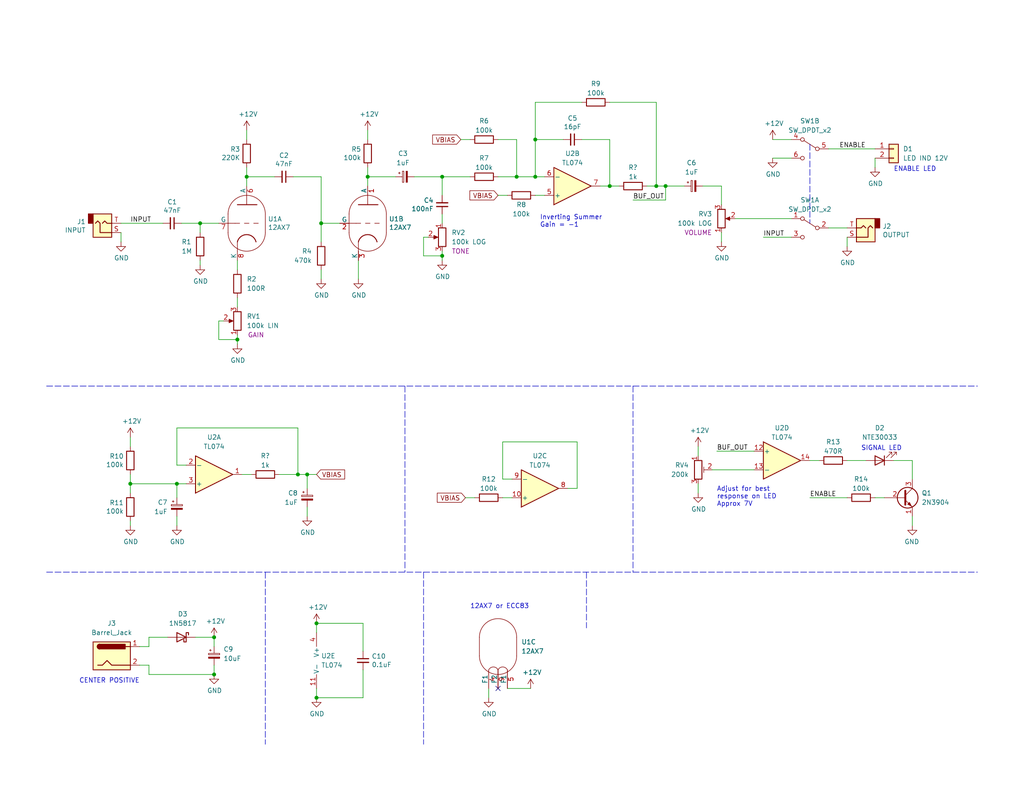
<source format=kicad_sch>
(kicad_sch (version 20211123) (generator eeschema)

  (uuid b8c60fe8-03e0-4f6c-a3fb-7a1a83daee53)

  (paper "USLetter")

  (title_block
    (title "Valve Distortion")
    (date "2022-09-19")
    (rev "0.2")
    (company "Max Proskauer")
  )

  (lib_symbols
    (symbol "Amplifier_Operational:TL074" (pin_names (offset 0.127)) (in_bom yes) (on_board yes)
      (property "Reference" "U" (id 0) (at 0 5.08 0)
        (effects (font (size 1.27 1.27)) (justify left))
      )
      (property "Value" "TL074" (id 1) (at 0 -5.08 0)
        (effects (font (size 1.27 1.27)) (justify left))
      )
      (property "Footprint" "" (id 2) (at -1.27 2.54 0)
        (effects (font (size 1.27 1.27)) hide)
      )
      (property "Datasheet" "http://www.ti.com/lit/ds/symlink/tl071.pdf" (id 3) (at 1.27 5.08 0)
        (effects (font (size 1.27 1.27)) hide)
      )
      (property "ki_locked" "" (id 4) (at 0 0 0)
        (effects (font (size 1.27 1.27)))
      )
      (property "ki_keywords" "quad opamp" (id 5) (at 0 0 0)
        (effects (font (size 1.27 1.27)) hide)
      )
      (property "ki_description" "Quad Low-Noise JFET-Input Operational Amplifiers, DIP-14/SOIC-14" (id 6) (at 0 0 0)
        (effects (font (size 1.27 1.27)) hide)
      )
      (property "ki_fp_filters" "SOIC*3.9x8.7mm*P1.27mm* DIP*W7.62mm* TSSOP*4.4x5mm*P0.65mm* SSOP*5.3x6.2mm*P0.65mm* MSOP*3x3mm*P0.5mm*" (id 7) (at 0 0 0)
        (effects (font (size 1.27 1.27)) hide)
      )
      (symbol "TL074_1_1"
        (polyline
          (pts
            (xy -5.08 5.08)
            (xy 5.08 0)
            (xy -5.08 -5.08)
            (xy -5.08 5.08)
          )
          (stroke (width 0.254) (type default) (color 0 0 0 0))
          (fill (type background))
        )
        (pin output line (at 7.62 0 180) (length 2.54)
          (name "~" (effects (font (size 1.27 1.27))))
          (number "1" (effects (font (size 1.27 1.27))))
        )
        (pin input line (at -7.62 -2.54 0) (length 2.54)
          (name "-" (effects (font (size 1.27 1.27))))
          (number "2" (effects (font (size 1.27 1.27))))
        )
        (pin input line (at -7.62 2.54 0) (length 2.54)
          (name "+" (effects (font (size 1.27 1.27))))
          (number "3" (effects (font (size 1.27 1.27))))
        )
      )
      (symbol "TL074_2_1"
        (polyline
          (pts
            (xy -5.08 5.08)
            (xy 5.08 0)
            (xy -5.08 -5.08)
            (xy -5.08 5.08)
          )
          (stroke (width 0.254) (type default) (color 0 0 0 0))
          (fill (type background))
        )
        (pin input line (at -7.62 2.54 0) (length 2.54)
          (name "+" (effects (font (size 1.27 1.27))))
          (number "5" (effects (font (size 1.27 1.27))))
        )
        (pin input line (at -7.62 -2.54 0) (length 2.54)
          (name "-" (effects (font (size 1.27 1.27))))
          (number "6" (effects (font (size 1.27 1.27))))
        )
        (pin output line (at 7.62 0 180) (length 2.54)
          (name "~" (effects (font (size 1.27 1.27))))
          (number "7" (effects (font (size 1.27 1.27))))
        )
      )
      (symbol "TL074_3_1"
        (polyline
          (pts
            (xy -5.08 5.08)
            (xy 5.08 0)
            (xy -5.08 -5.08)
            (xy -5.08 5.08)
          )
          (stroke (width 0.254) (type default) (color 0 0 0 0))
          (fill (type background))
        )
        (pin input line (at -7.62 2.54 0) (length 2.54)
          (name "+" (effects (font (size 1.27 1.27))))
          (number "10" (effects (font (size 1.27 1.27))))
        )
        (pin output line (at 7.62 0 180) (length 2.54)
          (name "~" (effects (font (size 1.27 1.27))))
          (number "8" (effects (font (size 1.27 1.27))))
        )
        (pin input line (at -7.62 -2.54 0) (length 2.54)
          (name "-" (effects (font (size 1.27 1.27))))
          (number "9" (effects (font (size 1.27 1.27))))
        )
      )
      (symbol "TL074_4_1"
        (polyline
          (pts
            (xy -5.08 5.08)
            (xy 5.08 0)
            (xy -5.08 -5.08)
            (xy -5.08 5.08)
          )
          (stroke (width 0.254) (type default) (color 0 0 0 0))
          (fill (type background))
        )
        (pin input line (at -7.62 2.54 0) (length 2.54)
          (name "+" (effects (font (size 1.27 1.27))))
          (number "12" (effects (font (size 1.27 1.27))))
        )
        (pin input line (at -7.62 -2.54 0) (length 2.54)
          (name "-" (effects (font (size 1.27 1.27))))
          (number "13" (effects (font (size 1.27 1.27))))
        )
        (pin output line (at 7.62 0 180) (length 2.54)
          (name "~" (effects (font (size 1.27 1.27))))
          (number "14" (effects (font (size 1.27 1.27))))
        )
      )
      (symbol "TL074_5_1"
        (pin power_in line (at -2.54 -7.62 90) (length 3.81)
          (name "V-" (effects (font (size 1.27 1.27))))
          (number "11" (effects (font (size 1.27 1.27))))
        )
        (pin power_in line (at -2.54 7.62 270) (length 3.81)
          (name "V+" (effects (font (size 1.27 1.27))))
          (number "4" (effects (font (size 1.27 1.27))))
        )
      )
    )
    (symbol "Connector:AudioJack2" (in_bom yes) (on_board yes)
      (property "Reference" "J" (id 0) (at 0 8.89 0)
        (effects (font (size 1.27 1.27)))
      )
      (property "Value" "AudioJack2" (id 1) (at 0 6.35 0)
        (effects (font (size 1.27 1.27)))
      )
      (property "Footprint" "" (id 2) (at 0 0 0)
        (effects (font (size 1.27 1.27)) hide)
      )
      (property "Datasheet" "~" (id 3) (at 0 0 0)
        (effects (font (size 1.27 1.27)) hide)
      )
      (property "ki_keywords" "audio jack receptacle mono phone headphone TS connector" (id 4) (at 0 0 0)
        (effects (font (size 1.27 1.27)) hide)
      )
      (property "ki_description" "Audio Jack, 2 Poles (Mono / TS)" (id 5) (at 0 0 0)
        (effects (font (size 1.27 1.27)) hide)
      )
      (property "ki_fp_filters" "Jack*" (id 6) (at 0 0 0)
        (effects (font (size 1.27 1.27)) hide)
      )
      (symbol "AudioJack2_0_1"
        (rectangle (start -3.81 0) (end -2.54 -2.54)
          (stroke (width 0.254) (type default) (color 0 0 0 0))
          (fill (type outline))
        )
        (rectangle (start -2.54 3.81) (end 2.54 -2.54)
          (stroke (width 0.254) (type default) (color 0 0 0 0))
          (fill (type background))
        )
        (polyline
          (pts
            (xy 0 0)
            (xy 0.635 -0.635)
            (xy 1.27 0)
            (xy 2.54 0)
          )
          (stroke (width 0.254) (type default) (color 0 0 0 0))
          (fill (type none))
        )
        (polyline
          (pts
            (xy 2.54 2.54)
            (xy -0.635 2.54)
            (xy -0.635 0)
            (xy -1.27 -0.635)
            (xy -1.905 0)
          )
          (stroke (width 0.254) (type default) (color 0 0 0 0))
          (fill (type none))
        )
      )
      (symbol "AudioJack2_1_1"
        (pin passive line (at 5.08 2.54 180) (length 2.54)
          (name "~" (effects (font (size 1.27 1.27))))
          (number "S" (effects (font (size 1.27 1.27))))
        )
        (pin passive line (at 5.08 0 180) (length 2.54)
          (name "~" (effects (font (size 1.27 1.27))))
          (number "T" (effects (font (size 1.27 1.27))))
        )
      )
    )
    (symbol "Connector:Barrel_Jack" (pin_names (offset 1.016)) (in_bom yes) (on_board yes)
      (property "Reference" "J" (id 0) (at 0 5.334 0)
        (effects (font (size 1.27 1.27)))
      )
      (property "Value" "Barrel_Jack" (id 1) (at 0 -5.08 0)
        (effects (font (size 1.27 1.27)))
      )
      (property "Footprint" "" (id 2) (at 1.27 -1.016 0)
        (effects (font (size 1.27 1.27)) hide)
      )
      (property "Datasheet" "~" (id 3) (at 1.27 -1.016 0)
        (effects (font (size 1.27 1.27)) hide)
      )
      (property "ki_keywords" "DC power barrel jack connector" (id 4) (at 0 0 0)
        (effects (font (size 1.27 1.27)) hide)
      )
      (property "ki_description" "DC Barrel Jack" (id 5) (at 0 0 0)
        (effects (font (size 1.27 1.27)) hide)
      )
      (property "ki_fp_filters" "BarrelJack*" (id 6) (at 0 0 0)
        (effects (font (size 1.27 1.27)) hide)
      )
      (symbol "Barrel_Jack_0_1"
        (rectangle (start -5.08 3.81) (end 5.08 -3.81)
          (stroke (width 0.254) (type default) (color 0 0 0 0))
          (fill (type background))
        )
        (arc (start -3.302 3.175) (mid -3.937 2.54) (end -3.302 1.905)
          (stroke (width 0.254) (type default) (color 0 0 0 0))
          (fill (type none))
        )
        (arc (start -3.302 3.175) (mid -3.937 2.54) (end -3.302 1.905)
          (stroke (width 0.254) (type default) (color 0 0 0 0))
          (fill (type outline))
        )
        (polyline
          (pts
            (xy 5.08 2.54)
            (xy 3.81 2.54)
          )
          (stroke (width 0.254) (type default) (color 0 0 0 0))
          (fill (type none))
        )
        (polyline
          (pts
            (xy -3.81 -2.54)
            (xy -2.54 -2.54)
            (xy -1.27 -1.27)
            (xy 0 -2.54)
            (xy 2.54 -2.54)
            (xy 5.08 -2.54)
          )
          (stroke (width 0.254) (type default) (color 0 0 0 0))
          (fill (type none))
        )
        (rectangle (start 3.683 3.175) (end -3.302 1.905)
          (stroke (width 0.254) (type default) (color 0 0 0 0))
          (fill (type outline))
        )
      )
      (symbol "Barrel_Jack_1_1"
        (pin passive line (at 7.62 2.54 180) (length 2.54)
          (name "~" (effects (font (size 1.27 1.27))))
          (number "1" (effects (font (size 1.27 1.27))))
        )
        (pin passive line (at 7.62 -2.54 180) (length 2.54)
          (name "~" (effects (font (size 1.27 1.27))))
          (number "2" (effects (font (size 1.27 1.27))))
        )
      )
    )
    (symbol "Connector_Generic:Conn_01x02" (pin_names (offset 1.016) hide) (in_bom yes) (on_board yes)
      (property "Reference" "J" (id 0) (at 0 2.54 0)
        (effects (font (size 1.27 1.27)))
      )
      (property "Value" "Conn_01x02" (id 1) (at 0 -5.08 0)
        (effects (font (size 1.27 1.27)))
      )
      (property "Footprint" "" (id 2) (at 0 0 0)
        (effects (font (size 1.27 1.27)) hide)
      )
      (property "Datasheet" "~" (id 3) (at 0 0 0)
        (effects (font (size 1.27 1.27)) hide)
      )
      (property "ki_keywords" "connector" (id 4) (at 0 0 0)
        (effects (font (size 1.27 1.27)) hide)
      )
      (property "ki_description" "Generic connector, single row, 01x02, script generated (kicad-library-utils/schlib/autogen/connector/)" (id 5) (at 0 0 0)
        (effects (font (size 1.27 1.27)) hide)
      )
      (property "ki_fp_filters" "Connector*:*_1x??_*" (id 6) (at 0 0 0)
        (effects (font (size 1.27 1.27)) hide)
      )
      (symbol "Conn_01x02_1_1"
        (rectangle (start -1.27 -2.413) (end 0 -2.667)
          (stroke (width 0.1524) (type default) (color 0 0 0 0))
          (fill (type none))
        )
        (rectangle (start -1.27 0.127) (end 0 -0.127)
          (stroke (width 0.1524) (type default) (color 0 0 0 0))
          (fill (type none))
        )
        (rectangle (start -1.27 1.27) (end 1.27 -3.81)
          (stroke (width 0.254) (type default) (color 0 0 0 0))
          (fill (type background))
        )
        (pin passive line (at -5.08 0 0) (length 3.81)
          (name "Pin_1" (effects (font (size 1.27 1.27))))
          (number "1" (effects (font (size 1.27 1.27))))
        )
        (pin passive line (at -5.08 -2.54 0) (length 3.81)
          (name "Pin_2" (effects (font (size 1.27 1.27))))
          (number "2" (effects (font (size 1.27 1.27))))
        )
      )
    )
    (symbol "Device:C_Polarized_Small" (pin_numbers hide) (pin_names (offset 0.254) hide) (in_bom yes) (on_board yes)
      (property "Reference" "C" (id 0) (at 0.254 1.778 0)
        (effects (font (size 1.27 1.27)) (justify left))
      )
      (property "Value" "C_Polarized_Small" (id 1) (at 0.254 -2.032 0)
        (effects (font (size 1.27 1.27)) (justify left))
      )
      (property "Footprint" "" (id 2) (at 0 0 0)
        (effects (font (size 1.27 1.27)) hide)
      )
      (property "Datasheet" "~" (id 3) (at 0 0 0)
        (effects (font (size 1.27 1.27)) hide)
      )
      (property "ki_keywords" "cap capacitor" (id 4) (at 0 0 0)
        (effects (font (size 1.27 1.27)) hide)
      )
      (property "ki_description" "Polarized capacitor, small symbol" (id 5) (at 0 0 0)
        (effects (font (size 1.27 1.27)) hide)
      )
      (property "ki_fp_filters" "CP_*" (id 6) (at 0 0 0)
        (effects (font (size 1.27 1.27)) hide)
      )
      (symbol "C_Polarized_Small_0_1"
        (rectangle (start -1.524 -0.3048) (end 1.524 -0.6858)
          (stroke (width 0) (type default) (color 0 0 0 0))
          (fill (type outline))
        )
        (rectangle (start -1.524 0.6858) (end 1.524 0.3048)
          (stroke (width 0) (type default) (color 0 0 0 0))
          (fill (type none))
        )
        (polyline
          (pts
            (xy -1.27 1.524)
            (xy -0.762 1.524)
          )
          (stroke (width 0) (type default) (color 0 0 0 0))
          (fill (type none))
        )
        (polyline
          (pts
            (xy -1.016 1.27)
            (xy -1.016 1.778)
          )
          (stroke (width 0) (type default) (color 0 0 0 0))
          (fill (type none))
        )
      )
      (symbol "C_Polarized_Small_1_1"
        (pin passive line (at 0 2.54 270) (length 1.8542)
          (name "~" (effects (font (size 1.27 1.27))))
          (number "1" (effects (font (size 1.27 1.27))))
        )
        (pin passive line (at 0 -2.54 90) (length 1.8542)
          (name "~" (effects (font (size 1.27 1.27))))
          (number "2" (effects (font (size 1.27 1.27))))
        )
      )
    )
    (symbol "Device:C_Small" (pin_numbers hide) (pin_names (offset 0.254) hide) (in_bom yes) (on_board yes)
      (property "Reference" "C" (id 0) (at 0.254 1.778 0)
        (effects (font (size 1.27 1.27)) (justify left))
      )
      (property "Value" "C_Small" (id 1) (at 0.254 -2.032 0)
        (effects (font (size 1.27 1.27)) (justify left))
      )
      (property "Footprint" "" (id 2) (at 0 0 0)
        (effects (font (size 1.27 1.27)) hide)
      )
      (property "Datasheet" "~" (id 3) (at 0 0 0)
        (effects (font (size 1.27 1.27)) hide)
      )
      (property "ki_keywords" "capacitor cap" (id 4) (at 0 0 0)
        (effects (font (size 1.27 1.27)) hide)
      )
      (property "ki_description" "Unpolarized capacitor, small symbol" (id 5) (at 0 0 0)
        (effects (font (size 1.27 1.27)) hide)
      )
      (property "ki_fp_filters" "C_*" (id 6) (at 0 0 0)
        (effects (font (size 1.27 1.27)) hide)
      )
      (symbol "C_Small_0_1"
        (polyline
          (pts
            (xy -1.524 -0.508)
            (xy 1.524 -0.508)
          )
          (stroke (width 0.3302) (type default) (color 0 0 0 0))
          (fill (type none))
        )
        (polyline
          (pts
            (xy -1.524 0.508)
            (xy 1.524 0.508)
          )
          (stroke (width 0.3048) (type default) (color 0 0 0 0))
          (fill (type none))
        )
      )
      (symbol "C_Small_1_1"
        (pin passive line (at 0 2.54 270) (length 2.032)
          (name "~" (effects (font (size 1.27 1.27))))
          (number "1" (effects (font (size 1.27 1.27))))
        )
        (pin passive line (at 0 -2.54 90) (length 2.032)
          (name "~" (effects (font (size 1.27 1.27))))
          (number "2" (effects (font (size 1.27 1.27))))
        )
      )
    )
    (symbol "Device:LED" (pin_numbers hide) (pin_names (offset 1.016) hide) (in_bom yes) (on_board yes)
      (property "Reference" "D" (id 0) (at 0 2.54 0)
        (effects (font (size 1.27 1.27)))
      )
      (property "Value" "LED" (id 1) (at 0 -2.54 0)
        (effects (font (size 1.27 1.27)))
      )
      (property "Footprint" "" (id 2) (at 0 0 0)
        (effects (font (size 1.27 1.27)) hide)
      )
      (property "Datasheet" "~" (id 3) (at 0 0 0)
        (effects (font (size 1.27 1.27)) hide)
      )
      (property "ki_keywords" "LED diode" (id 4) (at 0 0 0)
        (effects (font (size 1.27 1.27)) hide)
      )
      (property "ki_description" "Light emitting diode" (id 5) (at 0 0 0)
        (effects (font (size 1.27 1.27)) hide)
      )
      (property "ki_fp_filters" "LED* LED_SMD:* LED_THT:*" (id 6) (at 0 0 0)
        (effects (font (size 1.27 1.27)) hide)
      )
      (symbol "LED_0_1"
        (polyline
          (pts
            (xy -1.27 -1.27)
            (xy -1.27 1.27)
          )
          (stroke (width 0.254) (type default) (color 0 0 0 0))
          (fill (type none))
        )
        (polyline
          (pts
            (xy -1.27 0)
            (xy 1.27 0)
          )
          (stroke (width 0) (type default) (color 0 0 0 0))
          (fill (type none))
        )
        (polyline
          (pts
            (xy 1.27 -1.27)
            (xy 1.27 1.27)
            (xy -1.27 0)
            (xy 1.27 -1.27)
          )
          (stroke (width 0.254) (type default) (color 0 0 0 0))
          (fill (type none))
        )
        (polyline
          (pts
            (xy -3.048 -0.762)
            (xy -4.572 -2.286)
            (xy -3.81 -2.286)
            (xy -4.572 -2.286)
            (xy -4.572 -1.524)
          )
          (stroke (width 0) (type default) (color 0 0 0 0))
          (fill (type none))
        )
        (polyline
          (pts
            (xy -1.778 -0.762)
            (xy -3.302 -2.286)
            (xy -2.54 -2.286)
            (xy -3.302 -2.286)
            (xy -3.302 -1.524)
          )
          (stroke (width 0) (type default) (color 0 0 0 0))
          (fill (type none))
        )
      )
      (symbol "LED_1_1"
        (pin passive line (at -3.81 0 0) (length 2.54)
          (name "K" (effects (font (size 1.27 1.27))))
          (number "1" (effects (font (size 1.27 1.27))))
        )
        (pin passive line (at 3.81 0 180) (length 2.54)
          (name "A" (effects (font (size 1.27 1.27))))
          (number "2" (effects (font (size 1.27 1.27))))
        )
      )
    )
    (symbol "Device:R" (pin_numbers hide) (pin_names (offset 0)) (in_bom yes) (on_board yes)
      (property "Reference" "R" (id 0) (at 2.032 0 90)
        (effects (font (size 1.27 1.27)))
      )
      (property "Value" "R" (id 1) (at 0 0 90)
        (effects (font (size 1.27 1.27)))
      )
      (property "Footprint" "" (id 2) (at -1.778 0 90)
        (effects (font (size 1.27 1.27)) hide)
      )
      (property "Datasheet" "~" (id 3) (at 0 0 0)
        (effects (font (size 1.27 1.27)) hide)
      )
      (property "ki_keywords" "R res resistor" (id 4) (at 0 0 0)
        (effects (font (size 1.27 1.27)) hide)
      )
      (property "ki_description" "Resistor" (id 5) (at 0 0 0)
        (effects (font (size 1.27 1.27)) hide)
      )
      (property "ki_fp_filters" "R_*" (id 6) (at 0 0 0)
        (effects (font (size 1.27 1.27)) hide)
      )
      (symbol "R_0_1"
        (rectangle (start -1.016 -2.54) (end 1.016 2.54)
          (stroke (width 0.254) (type default) (color 0 0 0 0))
          (fill (type none))
        )
      )
      (symbol "R_1_1"
        (pin passive line (at 0 3.81 270) (length 1.27)
          (name "~" (effects (font (size 1.27 1.27))))
          (number "1" (effects (font (size 1.27 1.27))))
        )
        (pin passive line (at 0 -3.81 90) (length 1.27)
          (name "~" (effects (font (size 1.27 1.27))))
          (number "2" (effects (font (size 1.27 1.27))))
        )
      )
    )
    (symbol "Device:R_Potentiometer" (pin_names (offset 1.016) hide) (in_bom yes) (on_board yes)
      (property "Reference" "RV" (id 0) (at -4.445 0 90)
        (effects (font (size 1.27 1.27)))
      )
      (property "Value" "R_Potentiometer" (id 1) (at -2.54 0 90)
        (effects (font (size 1.27 1.27)))
      )
      (property "Footprint" "" (id 2) (at 0 0 0)
        (effects (font (size 1.27 1.27)) hide)
      )
      (property "Datasheet" "~" (id 3) (at 0 0 0)
        (effects (font (size 1.27 1.27)) hide)
      )
      (property "ki_keywords" "resistor variable" (id 4) (at 0 0 0)
        (effects (font (size 1.27 1.27)) hide)
      )
      (property "ki_description" "Potentiometer" (id 5) (at 0 0 0)
        (effects (font (size 1.27 1.27)) hide)
      )
      (property "ki_fp_filters" "Potentiometer*" (id 6) (at 0 0 0)
        (effects (font (size 1.27 1.27)) hide)
      )
      (symbol "R_Potentiometer_0_1"
        (polyline
          (pts
            (xy 2.54 0)
            (xy 1.524 0)
          )
          (stroke (width 0) (type default) (color 0 0 0 0))
          (fill (type none))
        )
        (polyline
          (pts
            (xy 1.143 0)
            (xy 2.286 0.508)
            (xy 2.286 -0.508)
            (xy 1.143 0)
          )
          (stroke (width 0) (type default) (color 0 0 0 0))
          (fill (type outline))
        )
        (rectangle (start 1.016 2.54) (end -1.016 -2.54)
          (stroke (width 0.254) (type default) (color 0 0 0 0))
          (fill (type none))
        )
      )
      (symbol "R_Potentiometer_1_1"
        (pin passive line (at 0 3.81 270) (length 1.27)
          (name "1" (effects (font (size 1.27 1.27))))
          (number "1" (effects (font (size 1.27 1.27))))
        )
        (pin passive line (at 3.81 0 180) (length 1.27)
          (name "2" (effects (font (size 1.27 1.27))))
          (number "2" (effects (font (size 1.27 1.27))))
        )
        (pin passive line (at 0 -3.81 90) (length 1.27)
          (name "3" (effects (font (size 1.27 1.27))))
          (number "3" (effects (font (size 1.27 1.27))))
        )
      )
    )
    (symbol "Device:R_Potentiometer_Trim" (pin_names (offset 1.016) hide) (in_bom yes) (on_board yes)
      (property "Reference" "RV" (id 0) (at -4.445 0 90)
        (effects (font (size 1.27 1.27)))
      )
      (property "Value" "R_Potentiometer_Trim" (id 1) (at -2.54 0 90)
        (effects (font (size 1.27 1.27)))
      )
      (property "Footprint" "" (id 2) (at 0 0 0)
        (effects (font (size 1.27 1.27)) hide)
      )
      (property "Datasheet" "~" (id 3) (at 0 0 0)
        (effects (font (size 1.27 1.27)) hide)
      )
      (property "ki_keywords" "resistor variable trimpot trimmer" (id 4) (at 0 0 0)
        (effects (font (size 1.27 1.27)) hide)
      )
      (property "ki_description" "Trim-potentiometer" (id 5) (at 0 0 0)
        (effects (font (size 1.27 1.27)) hide)
      )
      (property "ki_fp_filters" "Potentiometer*" (id 6) (at 0 0 0)
        (effects (font (size 1.27 1.27)) hide)
      )
      (symbol "R_Potentiometer_Trim_0_1"
        (polyline
          (pts
            (xy 1.524 0.762)
            (xy 1.524 -0.762)
          )
          (stroke (width 0) (type default) (color 0 0 0 0))
          (fill (type none))
        )
        (polyline
          (pts
            (xy 2.54 0)
            (xy 1.524 0)
          )
          (stroke (width 0) (type default) (color 0 0 0 0))
          (fill (type none))
        )
        (rectangle (start 1.016 2.54) (end -1.016 -2.54)
          (stroke (width 0.254) (type default) (color 0 0 0 0))
          (fill (type none))
        )
      )
      (symbol "R_Potentiometer_Trim_1_1"
        (pin passive line (at 0 3.81 270) (length 1.27)
          (name "1" (effects (font (size 1.27 1.27))))
          (number "1" (effects (font (size 1.27 1.27))))
        )
        (pin passive line (at 3.81 0 180) (length 1.27)
          (name "2" (effects (font (size 1.27 1.27))))
          (number "2" (effects (font (size 1.27 1.27))))
        )
        (pin passive line (at 0 -3.81 90) (length 1.27)
          (name "3" (effects (font (size 1.27 1.27))))
          (number "3" (effects (font (size 1.27 1.27))))
        )
      )
    )
    (symbol "Diode:1N5817" (pin_numbers hide) (pin_names (offset 1.016) hide) (in_bom yes) (on_board yes)
      (property "Reference" "D" (id 0) (at 0 2.54 0)
        (effects (font (size 1.27 1.27)))
      )
      (property "Value" "1N5817" (id 1) (at 0 -2.54 0)
        (effects (font (size 1.27 1.27)))
      )
      (property "Footprint" "Diode_THT:D_DO-41_SOD81_P10.16mm_Horizontal" (id 2) (at 0 -4.445 0)
        (effects (font (size 1.27 1.27)) hide)
      )
      (property "Datasheet" "http://www.vishay.com/docs/88525/1n5817.pdf" (id 3) (at 0 0 0)
        (effects (font (size 1.27 1.27)) hide)
      )
      (property "ki_keywords" "diode Schottky" (id 4) (at 0 0 0)
        (effects (font (size 1.27 1.27)) hide)
      )
      (property "ki_description" "20V 1A Schottky Barrier Rectifier Diode, DO-41" (id 5) (at 0 0 0)
        (effects (font (size 1.27 1.27)) hide)
      )
      (property "ki_fp_filters" "D*DO?41*" (id 6) (at 0 0 0)
        (effects (font (size 1.27 1.27)) hide)
      )
      (symbol "1N5817_0_1"
        (polyline
          (pts
            (xy 1.27 0)
            (xy -1.27 0)
          )
          (stroke (width 0) (type default) (color 0 0 0 0))
          (fill (type none))
        )
        (polyline
          (pts
            (xy 1.27 1.27)
            (xy 1.27 -1.27)
            (xy -1.27 0)
            (xy 1.27 1.27)
          )
          (stroke (width 0.254) (type default) (color 0 0 0 0))
          (fill (type none))
        )
        (polyline
          (pts
            (xy -1.905 0.635)
            (xy -1.905 1.27)
            (xy -1.27 1.27)
            (xy -1.27 -1.27)
            (xy -0.635 -1.27)
            (xy -0.635 -0.635)
          )
          (stroke (width 0.254) (type default) (color 0 0 0 0))
          (fill (type none))
        )
      )
      (symbol "1N5817_1_1"
        (pin passive line (at -3.81 0 0) (length 2.54)
          (name "K" (effects (font (size 1.27 1.27))))
          (number "1" (effects (font (size 1.27 1.27))))
        )
        (pin passive line (at 3.81 0 180) (length 2.54)
          (name "A" (effects (font (size 1.27 1.27))))
          (number "2" (effects (font (size 1.27 1.27))))
        )
      )
    )
    (symbol "Switch:SW_DPDT_x2" (pin_names (offset 0) hide) (in_bom yes) (on_board yes)
      (property "Reference" "SW" (id 0) (at 0 4.318 0)
        (effects (font (size 1.27 1.27)))
      )
      (property "Value" "SW_DPDT_x2" (id 1) (at 0 -5.08 0)
        (effects (font (size 1.27 1.27)))
      )
      (property "Footprint" "" (id 2) (at 0 0 0)
        (effects (font (size 1.27 1.27)) hide)
      )
      (property "Datasheet" "~" (id 3) (at 0 0 0)
        (effects (font (size 1.27 1.27)) hide)
      )
      (property "ki_keywords" "switch dual-pole double-throw DPDT spdt ON-ON" (id 4) (at 0 0 0)
        (effects (font (size 1.27 1.27)) hide)
      )
      (property "ki_description" "Switch, dual pole double throw, separate symbols" (id 5) (at 0 0 0)
        (effects (font (size 1.27 1.27)) hide)
      )
      (property "ki_fp_filters" "SW*DPDT*" (id 6) (at 0 0 0)
        (effects (font (size 1.27 1.27)) hide)
      )
      (symbol "SW_DPDT_x2_0_0"
        (circle (center -2.032 0) (radius 0.508)
          (stroke (width 0) (type default) (color 0 0 0 0))
          (fill (type none))
        )
        (circle (center 2.032 -2.54) (radius 0.508)
          (stroke (width 0) (type default) (color 0 0 0 0))
          (fill (type none))
        )
      )
      (symbol "SW_DPDT_x2_0_1"
        (polyline
          (pts
            (xy -1.524 0.254)
            (xy 1.651 2.286)
          )
          (stroke (width 0) (type default) (color 0 0 0 0))
          (fill (type none))
        )
        (circle (center 2.032 2.54) (radius 0.508)
          (stroke (width 0) (type default) (color 0 0 0 0))
          (fill (type none))
        )
      )
      (symbol "SW_DPDT_x2_1_1"
        (pin passive line (at 5.08 2.54 180) (length 2.54)
          (name "A" (effects (font (size 1.27 1.27))))
          (number "1" (effects (font (size 1.27 1.27))))
        )
        (pin passive line (at -5.08 0 0) (length 2.54)
          (name "B" (effects (font (size 1.27 1.27))))
          (number "2" (effects (font (size 1.27 1.27))))
        )
        (pin passive line (at 5.08 -2.54 180) (length 2.54)
          (name "C" (effects (font (size 1.27 1.27))))
          (number "3" (effects (font (size 1.27 1.27))))
        )
      )
      (symbol "SW_DPDT_x2_2_1"
        (pin passive line (at 5.08 2.54 180) (length 2.54)
          (name "A" (effects (font (size 1.27 1.27))))
          (number "4" (effects (font (size 1.27 1.27))))
        )
        (pin passive line (at -5.08 0 0) (length 2.54)
          (name "B" (effects (font (size 1.27 1.27))))
          (number "5" (effects (font (size 1.27 1.27))))
        )
        (pin passive line (at 5.08 -2.54 180) (length 2.54)
          (name "C" (effects (font (size 1.27 1.27))))
          (number "6" (effects (font (size 1.27 1.27))))
        )
      )
    )
    (symbol "Transistor_BJT:2N3904" (pin_names (offset 0) hide) (in_bom yes) (on_board yes)
      (property "Reference" "Q" (id 0) (at 5.08 1.905 0)
        (effects (font (size 1.27 1.27)) (justify left))
      )
      (property "Value" "2N3904" (id 1) (at 5.08 0 0)
        (effects (font (size 1.27 1.27)) (justify left))
      )
      (property "Footprint" "Package_TO_SOT_THT:TO-92_Inline" (id 2) (at 5.08 -1.905 0)
        (effects (font (size 1.27 1.27) italic) (justify left) hide)
      )
      (property "Datasheet" "https://www.onsemi.com/pub/Collateral/2N3903-D.PDF" (id 3) (at 0 0 0)
        (effects (font (size 1.27 1.27)) (justify left) hide)
      )
      (property "ki_keywords" "NPN Transistor" (id 4) (at 0 0 0)
        (effects (font (size 1.27 1.27)) hide)
      )
      (property "ki_description" "0.2A Ic, 40V Vce, Small Signal NPN Transistor, TO-92" (id 5) (at 0 0 0)
        (effects (font (size 1.27 1.27)) hide)
      )
      (property "ki_fp_filters" "TO?92*" (id 6) (at 0 0 0)
        (effects (font (size 1.27 1.27)) hide)
      )
      (symbol "2N3904_0_1"
        (polyline
          (pts
            (xy 0.635 0.635)
            (xy 2.54 2.54)
          )
          (stroke (width 0) (type default) (color 0 0 0 0))
          (fill (type none))
        )
        (polyline
          (pts
            (xy 0.635 -0.635)
            (xy 2.54 -2.54)
            (xy 2.54 -2.54)
          )
          (stroke (width 0) (type default) (color 0 0 0 0))
          (fill (type none))
        )
        (polyline
          (pts
            (xy 0.635 1.905)
            (xy 0.635 -1.905)
            (xy 0.635 -1.905)
          )
          (stroke (width 0.508) (type default) (color 0 0 0 0))
          (fill (type none))
        )
        (polyline
          (pts
            (xy 1.27 -1.778)
            (xy 1.778 -1.27)
            (xy 2.286 -2.286)
            (xy 1.27 -1.778)
            (xy 1.27 -1.778)
          )
          (stroke (width 0) (type default) (color 0 0 0 0))
          (fill (type outline))
        )
        (circle (center 1.27 0) (radius 2.8194)
          (stroke (width 0.254) (type default) (color 0 0 0 0))
          (fill (type none))
        )
      )
      (symbol "2N3904_1_1"
        (pin passive line (at 2.54 -5.08 90) (length 2.54)
          (name "E" (effects (font (size 1.27 1.27))))
          (number "1" (effects (font (size 1.27 1.27))))
        )
        (pin passive line (at -5.08 0 0) (length 5.715)
          (name "B" (effects (font (size 1.27 1.27))))
          (number "2" (effects (font (size 1.27 1.27))))
        )
        (pin passive line (at 2.54 5.08 270) (length 2.54)
          (name "C" (effects (font (size 1.27 1.27))))
          (number "3" (effects (font (size 1.27 1.27))))
        )
      )
    )
    (symbol "Valve:ECC83" (pin_names (offset 0)) (in_bom yes) (on_board yes)
      (property "Reference" "U" (id 0) (at 3.302 7.874 0)
        (effects (font (size 1.27 1.27)))
      )
      (property "Value" "ECC83" (id 1) (at 8.89 -7.62 0)
        (effects (font (size 1.27 1.27)))
      )
      (property "Footprint" "Valve:Valve_Noval_P" (id 2) (at 6.858 -10.16 0)
        (effects (font (size 1.27 1.27)) hide)
      )
      (property "Datasheet" "http://www.r-type.org/pdfs/ecc83.pdf" (id 3) (at 0 0 0)
        (effects (font (size 1.27 1.27)) hide)
      )
      (property "ki_locked" "" (id 4) (at 0 0 0)
        (effects (font (size 1.27 1.27)))
      )
      (property "ki_keywords" "triode valve" (id 5) (at 0 0 0)
        (effects (font (size 1.27 1.27)) hide)
      )
      (property "ki_description" "double triode" (id 6) (at 0 0 0)
        (effects (font (size 1.27 1.27)) hide)
      )
      (property "ki_fp_filters" "VALVE*NOVAL*P*" (id 7) (at 0 0 0)
        (effects (font (size 1.27 1.27)) hide)
      )
      (symbol "ECC83_0_1"
        (arc (start -5.08 -2.54) (mid 0 -7.62) (end 5.08 -2.54)
          (stroke (width 0) (type default) (color 0 0 0 0))
          (fill (type none))
        )
        (polyline
          (pts
            (xy 5.08 2.54)
            (xy 5.08 -2.54)
          )
          (stroke (width 0) (type default) (color 0 0 0 0))
          (fill (type none))
        )
        (polyline
          (pts
            (xy -5.08 2.54)
            (xy -5.08 -2.54)
            (xy -5.08 -2.54)
          )
          (stroke (width 0) (type default) (color 0 0 0 0))
          (fill (type none))
        )
        (arc (start 5.08 2.54) (mid 0 7.62) (end -5.08 2.54)
          (stroke (width 0) (type default) (color 0 0 0 0))
          (fill (type none))
        )
      )
      (symbol "ECC83_1_0"
        (polyline
          (pts
            (xy -2.54 -5.08)
            (xy -2.54 -7.62)
          )
          (stroke (width 0) (type default) (color 0 0 0 0))
          (fill (type none))
        )
        (polyline
          (pts
            (xy 0 5.08)
            (xy 0 7.62)
          )
          (stroke (width 0) (type default) (color 0 0 0 0))
          (fill (type none))
        )
      )
      (symbol "ECC83_1_1"
        (polyline
          (pts
            (xy -5.08 0)
            (xy -3.175 0)
          )
          (stroke (width 0) (type default) (color 0 0 0 0))
          (fill (type none))
        )
        (polyline
          (pts
            (xy -1.905 0)
            (xy -3.175 0)
          )
          (stroke (width 0.1524) (type default) (color 0 0 0 0))
          (fill (type none))
        )
        (polyline
          (pts
            (xy -0.635 0)
            (xy 0.635 0)
          )
          (stroke (width 0.1524) (type default) (color 0 0 0 0))
          (fill (type none))
        )
        (polyline
          (pts
            (xy 1.905 0)
            (xy 3.175 0)
          )
          (stroke (width 0.1524) (type default) (color 0 0 0 0))
          (fill (type none))
        )
        (polyline
          (pts
            (xy -2.54 5.08)
            (xy 2.794 5.08)
            (xy 2.794 5.08)
          )
          (stroke (width 0.254) (type default) (color 0 0 0 0))
          (fill (type none))
        )
        (arc (start 2.54 -5.08) (mid 0 -3.0968) (end -2.54 -5.08)
          (stroke (width 0.254) (type default) (color 0 0 0 0))
          (fill (type none))
        )
        (pin output line (at 0 10.16 270) (length 2.54)
          (name "A" (effects (font (size 1.27 1.27))))
          (number "6" (effects (font (size 1.27 1.27))))
        )
        (pin input line (at -7.62 0 0) (length 2.54)
          (name "G" (effects (font (size 1.27 1.27))))
          (number "7" (effects (font (size 1.27 1.27))))
        )
        (pin bidirectional line (at -2.54 -10.16 90) (length 2.54)
          (name "K" (effects (font (size 1.27 1.27))))
          (number "8" (effects (font (size 1.27 1.27))))
        )
      )
      (symbol "ECC83_2_0"
        (polyline
          (pts
            (xy -2.54 -5.08)
            (xy -2.54 -7.62)
          )
          (stroke (width 0) (type default) (color 0 0 0 0))
          (fill (type none))
        )
        (polyline
          (pts
            (xy 0 5.08)
            (xy 0 7.62)
          )
          (stroke (width 0) (type default) (color 0 0 0 0))
          (fill (type none))
        )
      )
      (symbol "ECC83_2_1"
        (polyline
          (pts
            (xy -5.08 0)
            (xy -3.175 0)
          )
          (stroke (width 0) (type default) (color 0 0 0 0))
          (fill (type none))
        )
        (polyline
          (pts
            (xy -1.905 0)
            (xy -3.175 0)
          )
          (stroke (width 0.1524) (type default) (color 0 0 0 0))
          (fill (type none))
        )
        (polyline
          (pts
            (xy -0.635 0)
            (xy 0.635 0)
          )
          (stroke (width 0.1524) (type default) (color 0 0 0 0))
          (fill (type none))
        )
        (polyline
          (pts
            (xy 1.905 0)
            (xy 3.175 0)
          )
          (stroke (width 0.1524) (type default) (color 0 0 0 0))
          (fill (type none))
        )
        (polyline
          (pts
            (xy -2.54 5.08)
            (xy 2.794 5.08)
            (xy 2.794 5.08)
          )
          (stroke (width 0.254) (type default) (color 0 0 0 0))
          (fill (type none))
        )
        (arc (start 2.54 -5.08) (mid 0 -3.0968) (end -2.54 -5.08)
          (stroke (width 0.254) (type default) (color 0 0 0 0))
          (fill (type none))
        )
        (pin output line (at 0 10.16 270) (length 2.54)
          (name "A" (effects (font (size 1.27 1.27))))
          (number "1" (effects (font (size 1.27 1.27))))
        )
        (pin input line (at -7.62 0 0) (length 2.54)
          (name "G" (effects (font (size 1.27 1.27))))
          (number "2" (effects (font (size 1.27 1.27))))
        )
        (pin bidirectional line (at -2.54 -10.16 90) (length 2.54)
          (name "K" (effects (font (size 1.27 1.27))))
          (number "3" (effects (font (size 1.27 1.27))))
        )
      )
      (symbol "ECC83_3_1"
        (arc (start 0 -6.35) (mid -1.27 -5.5651) (end -2.54 -6.35)
          (stroke (width 0) (type default) (color 0 0 0 0))
          (fill (type none))
        )
        (arc (start 2.54 -6.35) (mid 1.27 -5.5651) (end 0 -6.35)
          (stroke (width 0) (type default) (color 0 0 0 0))
          (fill (type none))
        )
        (pin power_in line (at -2.54 -11.43 90) (length 5.08)
          (name "F1" (effects (font (size 1.27 1.27))))
          (number "4" (effects (font (size 1.27 1.27))))
        )
        (pin power_in line (at 2.54 -11.43 90) (length 5.08)
          (name "F1" (effects (font (size 1.27 1.27))))
          (number "5" (effects (font (size 1.27 1.27))))
        )
        (pin power_in line (at 0 -11.43 90) (length 5.08)
          (name "F2" (effects (font (size 1.27 1.27))))
          (number "9" (effects (font (size 1.27 1.27))))
        )
      )
    )
    (symbol "power:+12V" (power) (pin_names (offset 0)) (in_bom yes) (on_board yes)
      (property "Reference" "#PWR" (id 0) (at 0 -3.81 0)
        (effects (font (size 1.27 1.27)) hide)
      )
      (property "Value" "+12V" (id 1) (at 0 3.556 0)
        (effects (font (size 1.27 1.27)))
      )
      (property "Footprint" "" (id 2) (at 0 0 0)
        (effects (font (size 1.27 1.27)) hide)
      )
      (property "Datasheet" "" (id 3) (at 0 0 0)
        (effects (font (size 1.27 1.27)) hide)
      )
      (property "ki_keywords" "power-flag" (id 4) (at 0 0 0)
        (effects (font (size 1.27 1.27)) hide)
      )
      (property "ki_description" "Power symbol creates a global label with name \"+12V\"" (id 5) (at 0 0 0)
        (effects (font (size 1.27 1.27)) hide)
      )
      (symbol "+12V_0_1"
        (polyline
          (pts
            (xy -0.762 1.27)
            (xy 0 2.54)
          )
          (stroke (width 0) (type default) (color 0 0 0 0))
          (fill (type none))
        )
        (polyline
          (pts
            (xy 0 0)
            (xy 0 2.54)
          )
          (stroke (width 0) (type default) (color 0 0 0 0))
          (fill (type none))
        )
        (polyline
          (pts
            (xy 0 2.54)
            (xy 0.762 1.27)
          )
          (stroke (width 0) (type default) (color 0 0 0 0))
          (fill (type none))
        )
      )
      (symbol "+12V_1_1"
        (pin power_in line (at 0 0 90) (length 0) hide
          (name "+12V" (effects (font (size 1.27 1.27))))
          (number "1" (effects (font (size 1.27 1.27))))
        )
      )
    )
    (symbol "power:GND" (power) (pin_names (offset 0)) (in_bom yes) (on_board yes)
      (property "Reference" "#PWR" (id 0) (at 0 -6.35 0)
        (effects (font (size 1.27 1.27)) hide)
      )
      (property "Value" "GND" (id 1) (at 0 -3.81 0)
        (effects (font (size 1.27 1.27)))
      )
      (property "Footprint" "" (id 2) (at 0 0 0)
        (effects (font (size 1.27 1.27)) hide)
      )
      (property "Datasheet" "" (id 3) (at 0 0 0)
        (effects (font (size 1.27 1.27)) hide)
      )
      (property "ki_keywords" "power-flag" (id 4) (at 0 0 0)
        (effects (font (size 1.27 1.27)) hide)
      )
      (property "ki_description" "Power symbol creates a global label with name \"GND\" , ground" (id 5) (at 0 0 0)
        (effects (font (size 1.27 1.27)) hide)
      )
      (symbol "GND_0_1"
        (polyline
          (pts
            (xy 0 0)
            (xy 0 -1.27)
            (xy 1.27 -1.27)
            (xy 0 -2.54)
            (xy -1.27 -1.27)
            (xy 0 -1.27)
          )
          (stroke (width 0) (type default) (color 0 0 0 0))
          (fill (type none))
        )
      )
      (symbol "GND_1_1"
        (pin power_in line (at 0 0 270) (length 0) hide
          (name "GND" (effects (font (size 1.27 1.27))))
          (number "1" (effects (font (size 1.27 1.27))))
        )
      )
    )
  )

  (junction (at 81.28 129.54) (diameter 0) (color 0 0 0 0)
    (uuid 09c7a1fa-331a-4939-b56f-85630f36cd18)
  )
  (junction (at 179.07 50.8) (diameter 0) (color 0 0 0 0)
    (uuid 0cef96f7-c7b1-442f-a1c5-b26313ccbf04)
  )
  (junction (at 120.65 48.26) (diameter 0) (color 0 0 0 0)
    (uuid 10f4b81f-0c95-4e1d-8581-85bedc439d95)
  )
  (junction (at 58.42 184.15) (diameter 0) (color 0 0 0 0)
    (uuid 21d61807-4161-4f73-b4b0-f98751dd16e6)
  )
  (junction (at 64.77 92.71) (diameter 0) (color 0 0 0 0)
    (uuid 27ad4042-7e2c-4bbe-93fe-576c8df34b7f)
  )
  (junction (at 87.63 60.96) (diameter 0) (color 0 0 0 0)
    (uuid 3f287a39-f33e-4faf-9806-cf1b1ecf4a0e)
  )
  (junction (at 86.36 170.18) (diameter 0) (color 0 0 0 0)
    (uuid 4653727e-a2ac-4bd6-87e9-4ecd57fb5514)
  )
  (junction (at 146.05 48.26) (diameter 0) (color 0 0 0 0)
    (uuid 4e796e4e-d36f-45af-9c12-ba5333638581)
  )
  (junction (at 54.61 60.96) (diameter 0) (color 0 0 0 0)
    (uuid 60c02468-3b9b-4ad0-90e0-4ba68d2952d5)
  )
  (junction (at 35.56 132.08) (diameter 0) (color 0 0 0 0)
    (uuid 61e2e1fe-836b-4296-84c1-810937cd7772)
  )
  (junction (at 140.97 48.26) (diameter 0) (color 0 0 0 0)
    (uuid 69a40d3e-10b7-4493-ab02-e5336a248d75)
  )
  (junction (at 67.31 48.26) (diameter 0) (color 0 0 0 0)
    (uuid 6c6f2ba4-2e31-4118-92f9-67914de23b96)
  )
  (junction (at 166.37 50.8) (diameter 0) (color 0 0 0 0)
    (uuid 7393fe51-5986-4080-b642-d42d567d8bad)
  )
  (junction (at 100.33 48.26) (diameter 0) (color 0 0 0 0)
    (uuid 93b29f8b-32a2-48fe-9dd5-1955494d4552)
  )
  (junction (at 83.82 129.54) (diameter 0) (color 0 0 0 0)
    (uuid 9a811873-ac09-4373-9737-fb7981f9b1ed)
  )
  (junction (at 86.36 190.5) (diameter 0) (color 0 0 0 0)
    (uuid a6310a62-6838-4ea9-9e8c-438d19dda5ad)
  )
  (junction (at 146.05 38.1) (diameter 0) (color 0 0 0 0)
    (uuid bf94f1e9-2f70-4d51-afc2-89ea0dd38e00)
  )
  (junction (at 48.26 132.08) (diameter 0) (color 0 0 0 0)
    (uuid bfec3fb0-f128-47eb-8416-2d90ddd7494d)
  )
  (junction (at 120.65 69.85) (diameter 0) (color 0 0 0 0)
    (uuid c7c2ef7a-7696-4587-be94-62393031e394)
  )
  (junction (at 181.61 50.8) (diameter 0) (color 0 0 0 0)
    (uuid f1da2f1b-4d25-4bb9-830a-7dac2e6e8aac)
  )
  (junction (at 58.42 173.99) (diameter 0) (color 0 0 0 0)
    (uuid fe536d96-47bb-4eca-b9b3-27dd2bf389d5)
  )

  (no_connect (at 135.89 187.96) (uuid 7a776b3a-79be-4338-9080-b264539cc417))

  (wire (pts (xy 81.28 129.54) (xy 83.82 129.54))
    (stroke (width 0) (type default) (color 0 0 0 0))
    (uuid 00be6e75-ea8a-4066-ac6d-d827ddea0ae8)
  )
  (wire (pts (xy 140.97 48.26) (xy 146.05 48.26))
    (stroke (width 0) (type default) (color 0 0 0 0))
    (uuid 028bff66-442a-4c0f-853b-01542fa0ca2e)
  )
  (wire (pts (xy 226.06 62.23) (xy 231.14 62.23))
    (stroke (width 0) (type default) (color 0 0 0 0))
    (uuid 0744c51c-016b-49cd-81eb-5b7e55331a6f)
  )
  (wire (pts (xy 83.82 129.54) (xy 86.36 129.54))
    (stroke (width 0) (type default) (color 0 0 0 0))
    (uuid 09dad546-348e-4aa9-b62a-7237f5e4f70d)
  )
  (wire (pts (xy 67.31 48.26) (xy 67.31 50.8))
    (stroke (width 0) (type default) (color 0 0 0 0))
    (uuid 0c5214a8-30e3-46b4-bf34-8b5a68f44772)
  )
  (wire (pts (xy 86.36 190.5) (xy 86.36 187.96))
    (stroke (width 0) (type default) (color 0 0 0 0))
    (uuid 0e0b20e8-5feb-42db-9545-f6d3f0c57de2)
  )
  (wire (pts (xy 33.02 60.96) (xy 44.45 60.96))
    (stroke (width 0) (type default) (color 0 0 0 0))
    (uuid 12ecac54-932e-4786-80a5-20452cbf0031)
  )
  (wire (pts (xy 33.02 63.5) (xy 33.02 66.04))
    (stroke (width 0) (type default) (color 0 0 0 0))
    (uuid 13919deb-5338-49fa-9b78-85495e4b0e58)
  )
  (wire (pts (xy 140.97 38.1) (xy 140.97 48.26))
    (stroke (width 0) (type default) (color 0 0 0 0))
    (uuid 14490409-6dbb-4d9e-8be7-c75b735611cc)
  )
  (wire (pts (xy 146.05 53.34) (xy 148.59 53.34))
    (stroke (width 0) (type default) (color 0 0 0 0))
    (uuid 18aa879a-3b95-4a6a-a440-1402d6634caf)
  )
  (wire (pts (xy 135.89 38.1) (xy 140.97 38.1))
    (stroke (width 0) (type default) (color 0 0 0 0))
    (uuid 1d4071c7-49f6-4268-afc6-15bd4b061c13)
  )
  (wire (pts (xy 137.16 120.65) (xy 157.48 120.65))
    (stroke (width 0) (type default) (color 0 0 0 0))
    (uuid 1ea7777d-ffaa-4580-bb80-10b070b1c4e6)
  )
  (wire (pts (xy 200.66 59.69) (xy 215.9 59.69))
    (stroke (width 0) (type default) (color 0 0 0 0))
    (uuid 2013ba95-cd26-45a3-bfb9-79f6063efa6d)
  )
  (wire (pts (xy 48.26 116.84) (xy 81.28 116.84))
    (stroke (width 0) (type default) (color 0 0 0 0))
    (uuid 203db79b-87da-40fb-b129-13cb9a893aa4)
  )
  (wire (pts (xy 67.31 35.56) (xy 67.31 38.1))
    (stroke (width 0) (type default) (color 0 0 0 0))
    (uuid 2110f1b8-c27c-466c-8955-b7a3f57f1395)
  )
  (wire (pts (xy 190.5 132.08) (xy 190.5 134.62))
    (stroke (width 0) (type default) (color 0 0 0 0))
    (uuid 217fb8d1-75db-4096-8496-942f2b01270a)
  )
  (wire (pts (xy 64.77 92.71) (xy 64.77 93.98))
    (stroke (width 0) (type default) (color 0 0 0 0))
    (uuid 21c12f0a-76af-4737-ae11-ddfca47bb373)
  )
  (wire (pts (xy 35.56 119.38) (xy 35.56 121.92))
    (stroke (width 0) (type default) (color 0 0 0 0))
    (uuid 222dccde-0e09-4cd5-b0b2-042d560e22aa)
  )
  (wire (pts (xy 220.98 135.89) (xy 231.14 135.89))
    (stroke (width 0) (type default) (color 0 0 0 0))
    (uuid 26eb09cf-6e9a-432c-9001-18900b5db59a)
  )
  (wire (pts (xy 146.05 27.94) (xy 146.05 38.1))
    (stroke (width 0) (type default) (color 0 0 0 0))
    (uuid 27c4161f-5e14-4d8e-9213-d7701e6bc2b2)
  )
  (wire (pts (xy 210.82 43.18) (xy 215.9 43.18))
    (stroke (width 0) (type default) (color 0 0 0 0))
    (uuid 2a53b778-0061-4b04-9d9f-c168571a6f77)
  )
  (wire (pts (xy 48.26 127) (xy 48.26 116.84))
    (stroke (width 0) (type default) (color 0 0 0 0))
    (uuid 2b441fd1-870c-4c25-b2b2-96c8e89c18cc)
  )
  (wire (pts (xy 58.42 173.99) (xy 58.42 176.53))
    (stroke (width 0) (type default) (color 0 0 0 0))
    (uuid 2bc26050-8ed9-4d60-84b7-572b088aa358)
  )
  (wire (pts (xy 59.69 87.63) (xy 60.96 87.63))
    (stroke (width 0) (type default) (color 0 0 0 0))
    (uuid 309eb553-38b4-44d7-b7a8-da9883dcb42f)
  )
  (wire (pts (xy 49.53 60.96) (xy 54.61 60.96))
    (stroke (width 0) (type default) (color 0 0 0 0))
    (uuid 336d3fff-3229-4f21-93b2-c73864576a91)
  )
  (wire (pts (xy 127 135.89) (xy 129.54 135.89))
    (stroke (width 0) (type default) (color 0 0 0 0))
    (uuid 35408cf5-4cdd-46f3-be56-13697af2f974)
  )
  (wire (pts (xy 80.01 48.26) (xy 87.63 48.26))
    (stroke (width 0) (type default) (color 0 0 0 0))
    (uuid 35c09cd3-e90c-4380-b0c4-21ae502b3970)
  )
  (wire (pts (xy 54.61 60.96) (xy 59.69 60.96))
    (stroke (width 0) (type default) (color 0 0 0 0))
    (uuid 3a15b2b6-e851-4d64-8a67-b6342bc83293)
  )
  (wire (pts (xy 67.31 48.26) (xy 74.93 48.26))
    (stroke (width 0) (type default) (color 0 0 0 0))
    (uuid 3a3797a4-8420-466b-bc9d-413be00e5ae6)
  )
  (wire (pts (xy 146.05 27.94) (xy 158.75 27.94))
    (stroke (width 0) (type default) (color 0 0 0 0))
    (uuid 3b1a4212-6e96-4c5d-b7cf-b453252a79f8)
  )
  (wire (pts (xy 100.33 35.56) (xy 100.33 38.1))
    (stroke (width 0) (type default) (color 0 0 0 0))
    (uuid 3d57c356-83dc-4ddb-b146-19b35cd40e1f)
  )
  (wire (pts (xy 179.07 50.8) (xy 179.07 27.94))
    (stroke (width 0) (type default) (color 0 0 0 0))
    (uuid 442b8229-2e19-402b-860d-e3432615b6a0)
  )
  (wire (pts (xy 64.77 92.71) (xy 59.69 92.71))
    (stroke (width 0) (type default) (color 0 0 0 0))
    (uuid 4436c01f-2785-47df-a200-e4618352cc47)
  )
  (wire (pts (xy 64.77 81.28) (xy 64.77 83.82))
    (stroke (width 0) (type default) (color 0 0 0 0))
    (uuid 449ba8a2-25d7-4355-908f-05a30b86fd22)
  )
  (wire (pts (xy 120.65 58.42) (xy 120.65 60.96))
    (stroke (width 0) (type default) (color 0 0 0 0))
    (uuid 46590562-d00b-4830-9f73-9411fcd982c4)
  )
  (wire (pts (xy 87.63 60.96) (xy 87.63 66.04))
    (stroke (width 0) (type default) (color 0 0 0 0))
    (uuid 474b5314-1611-4bb0-b335-cb986051400e)
  )
  (wire (pts (xy 140.97 48.26) (xy 135.89 48.26))
    (stroke (width 0) (type default) (color 0 0 0 0))
    (uuid 4c520018-b376-41ad-8950-e839848b5030)
  )
  (polyline (pts (xy 12.7 105.41) (xy 266.7 105.41))
    (stroke (width 0) (type default) (color 0 0 0 0))
    (uuid 4e2c4f5f-b193-4305-b974-66153082574d)
  )

  (wire (pts (xy 208.28 64.77) (xy 215.9 64.77))
    (stroke (width 0) (type default) (color 0 0 0 0))
    (uuid 512ec0fd-09a3-40e5-b71b-acd1730c86f1)
  )
  (wire (pts (xy 181.61 54.61) (xy 172.72 54.61))
    (stroke (width 0) (type default) (color 0 0 0 0))
    (uuid 586e6980-add0-4d30-ad7c-4daa1eb2d7f5)
  )
  (polyline (pts (xy 110.49 105.41) (xy 110.49 156.21))
    (stroke (width 0) (type default) (color 0 0 0 0))
    (uuid 588e6176-ea4c-459d-b4d6-50cea7ef40e6)
  )

  (wire (pts (xy 137.16 135.89) (xy 139.7 135.89))
    (stroke (width 0) (type default) (color 0 0 0 0))
    (uuid 58e0805c-2727-4619-925d-915a14755365)
  )
  (wire (pts (xy 64.77 91.44) (xy 64.77 92.71))
    (stroke (width 0) (type default) (color 0 0 0 0))
    (uuid 5938682c-7b8f-4394-92c7-b424802be507)
  )
  (wire (pts (xy 40.64 173.99) (xy 40.64 176.53))
    (stroke (width 0) (type default) (color 0 0 0 0))
    (uuid 5a8efd69-3c85-4989-bca1-ccb1fb93b203)
  )
  (wire (pts (xy 35.56 132.08) (xy 35.56 134.62))
    (stroke (width 0) (type default) (color 0 0 0 0))
    (uuid 5c39b587-d58b-4443-8780-d562330d2ca8)
  )
  (wire (pts (xy 83.82 129.54) (xy 83.82 133.35))
    (stroke (width 0) (type default) (color 0 0 0 0))
    (uuid 5dc85962-22de-43f4-b3bc-1e3b70a2dc05)
  )
  (wire (pts (xy 100.33 48.26) (xy 107.95 48.26))
    (stroke (width 0) (type default) (color 0 0 0 0))
    (uuid 5f80472f-83da-40ca-b3cb-000086bb12f3)
  )
  (wire (pts (xy 48.26 140.97) (xy 48.26 143.51))
    (stroke (width 0) (type default) (color 0 0 0 0))
    (uuid 5f963d1a-b36d-49af-adb4-9724966ede59)
  )
  (wire (pts (xy 67.31 45.72) (xy 67.31 48.26))
    (stroke (width 0) (type default) (color 0 0 0 0))
    (uuid 60f55b54-1f48-4646-a53c-160baa108f0c)
  )
  (wire (pts (xy 35.56 132.08) (xy 48.26 132.08))
    (stroke (width 0) (type default) (color 0 0 0 0))
    (uuid 62426387-5d01-45fa-829b-22b4a6f50bba)
  )
  (wire (pts (xy 146.05 48.26) (xy 148.59 48.26))
    (stroke (width 0) (type default) (color 0 0 0 0))
    (uuid 638b80a1-17aa-4d85-ac6d-579c19f94c61)
  )
  (wire (pts (xy 231.14 125.73) (xy 236.22 125.73))
    (stroke (width 0) (type default) (color 0 0 0 0))
    (uuid 64b658bf-2777-45d3-863d-e0585d674214)
  )
  (wire (pts (xy 68.58 129.54) (xy 66.04 129.54))
    (stroke (width 0) (type default) (color 0 0 0 0))
    (uuid 6742930a-a2e6-46b5-b983-54a0da364af8)
  )
  (wire (pts (xy 139.7 130.81) (xy 137.16 130.81))
    (stroke (width 0) (type default) (color 0 0 0 0))
    (uuid 6a6aed95-d0ed-4dd2-83e3-66767defba76)
  )
  (wire (pts (xy 181.61 50.8) (xy 181.61 54.61))
    (stroke (width 0) (type default) (color 0 0 0 0))
    (uuid 6b933f90-7b72-4e42-9473-44fd8cf8f67b)
  )
  (wire (pts (xy 120.65 69.85) (xy 120.65 71.12))
    (stroke (width 0) (type default) (color 0 0 0 0))
    (uuid 6bb4a46b-51f5-466f-ac51-45d920d00881)
  )
  (wire (pts (xy 48.26 132.08) (xy 50.8 132.08))
    (stroke (width 0) (type default) (color 0 0 0 0))
    (uuid 6d598d8d-e404-4762-94f8-063fef12e585)
  )
  (wire (pts (xy 138.43 187.96) (xy 144.78 187.96))
    (stroke (width 0) (type default) (color 0 0 0 0))
    (uuid 6f5e2253-585a-41dd-a46a-826da166bb6c)
  )
  (wire (pts (xy 226.06 40.64) (xy 238.76 40.64))
    (stroke (width 0) (type default) (color 0 0 0 0))
    (uuid 6fc42c99-14f9-426e-b2c1-3f8de8f87b53)
  )
  (wire (pts (xy 54.61 71.12) (xy 54.61 72.39))
    (stroke (width 0) (type default) (color 0 0 0 0))
    (uuid 7359ec6b-db36-4adc-b786-6fa175f346b7)
  )
  (wire (pts (xy 133.35 187.96) (xy 133.35 190.5))
    (stroke (width 0) (type default) (color 0 0 0 0))
    (uuid 748bc203-7110-4620-aa2c-4c34a327c5b0)
  )
  (wire (pts (xy 194.31 128.27) (xy 205.74 128.27))
    (stroke (width 0) (type default) (color 0 0 0 0))
    (uuid 77ebbd04-8672-4acc-b482-b782c94b279d)
  )
  (wire (pts (xy 87.63 48.26) (xy 87.63 60.96))
    (stroke (width 0) (type default) (color 0 0 0 0))
    (uuid 784eee00-1c75-4685-9892-8cd45515cfa6)
  )
  (wire (pts (xy 196.85 50.8) (xy 196.85 55.88))
    (stroke (width 0) (type default) (color 0 0 0 0))
    (uuid 78a3404f-f93a-44c6-a7d5-b24baa50b245)
  )
  (wire (pts (xy 166.37 38.1) (xy 166.37 50.8))
    (stroke (width 0) (type default) (color 0 0 0 0))
    (uuid 7947a723-9b82-4e38-98ae-87034e11bd0a)
  )
  (wire (pts (xy 190.5 121.92) (xy 190.5 124.46))
    (stroke (width 0) (type default) (color 0 0 0 0))
    (uuid 7972b5fd-b338-4d37-b37b-ff25f2629a38)
  )
  (wire (pts (xy 64.77 71.12) (xy 64.77 73.66))
    (stroke (width 0) (type default) (color 0 0 0 0))
    (uuid 7afe4040-f12f-43b3-b102-d601de896b0b)
  )
  (wire (pts (xy 99.06 182.88) (xy 99.06 190.5))
    (stroke (width 0) (type default) (color 0 0 0 0))
    (uuid 8514ba31-f49c-4b51-ad1b-edbb5b9f8d2f)
  )
  (wire (pts (xy 158.75 38.1) (xy 166.37 38.1))
    (stroke (width 0) (type default) (color 0 0 0 0))
    (uuid 863d6d1b-b60e-4154-8ba6-09713692efba)
  )
  (wire (pts (xy 120.65 68.58) (xy 120.65 69.85))
    (stroke (width 0) (type default) (color 0 0 0 0))
    (uuid 87dd8fad-143b-4851-80c0-c01e52084751)
  )
  (wire (pts (xy 195.58 123.19) (xy 205.74 123.19))
    (stroke (width 0) (type default) (color 0 0 0 0))
    (uuid 88d4fe94-1344-4dca-9612-d7a6ec97a6f1)
  )
  (wire (pts (xy 238.76 135.89) (xy 241.3 135.89))
    (stroke (width 0) (type default) (color 0 0 0 0))
    (uuid 8b3dea0e-54bb-4b9b-ba81-fa925c07b6d8)
  )
  (wire (pts (xy 86.36 172.72) (xy 86.36 170.18))
    (stroke (width 0) (type default) (color 0 0 0 0))
    (uuid 8c9aced6-5148-4db4-96fc-4a29ff7453dc)
  )
  (wire (pts (xy 157.48 133.35) (xy 154.94 133.35))
    (stroke (width 0) (type default) (color 0 0 0 0))
    (uuid 8d13adb2-8e4e-4e6c-9947-f1eb39ad7206)
  )
  (wire (pts (xy 99.06 170.18) (xy 99.06 177.8))
    (stroke (width 0) (type default) (color 0 0 0 0))
    (uuid 8e31f622-d342-4248-af3a-c39eaeac2b0d)
  )
  (wire (pts (xy 81.28 129.54) (xy 76.2 129.54))
    (stroke (width 0) (type default) (color 0 0 0 0))
    (uuid 8e5a114e-2c72-4460-876e-6cebcf7c7edd)
  )
  (wire (pts (xy 220.98 125.73) (xy 223.52 125.73))
    (stroke (width 0) (type default) (color 0 0 0 0))
    (uuid 8ee7f98c-8d03-4d19-b164-6096604773a3)
  )
  (wire (pts (xy 38.1 181.61) (xy 40.64 181.61))
    (stroke (width 0) (type default) (color 0 0 0 0))
    (uuid 8f587612-0317-4bbf-8c85-f95c35c92b73)
  )
  (wire (pts (xy 157.48 120.65) (xy 157.48 133.35))
    (stroke (width 0) (type default) (color 0 0 0 0))
    (uuid 8f8977d2-0f92-4e1e-a316-df36ee335a6a)
  )
  (wire (pts (xy 191.77 50.8) (xy 196.85 50.8))
    (stroke (width 0) (type default) (color 0 0 0 0))
    (uuid 92feb3b9-b963-43ad-950f-9e7f884a5e74)
  )
  (wire (pts (xy 59.69 87.63) (xy 59.69 92.71))
    (stroke (width 0) (type default) (color 0 0 0 0))
    (uuid 96205313-fde4-48ba-a5ec-0a96cfa5484e)
  )
  (wire (pts (xy 100.33 45.72) (xy 100.33 48.26))
    (stroke (width 0) (type default) (color 0 0 0 0))
    (uuid 98777a66-b1bd-4f1a-9f31-a6e4088c4a88)
  )
  (wire (pts (xy 100.33 48.26) (xy 100.33 50.8))
    (stroke (width 0) (type default) (color 0 0 0 0))
    (uuid 993fb389-48d9-48a9-8c1b-45e237193895)
  )
  (wire (pts (xy 125.73 38.1) (xy 128.27 38.1))
    (stroke (width 0) (type default) (color 0 0 0 0))
    (uuid 9b33fd09-50ea-4bb0-a3f3-1427f332bbdb)
  )
  (wire (pts (xy 176.53 50.8) (xy 179.07 50.8))
    (stroke (width 0) (type default) (color 0 0 0 0))
    (uuid 9b950eac-ebb5-4db9-a3ad-305eadce2d2c)
  )
  (wire (pts (xy 248.92 140.97) (xy 248.92 143.51))
    (stroke (width 0) (type default) (color 0 0 0 0))
    (uuid 9c129445-680a-4009-8449-589ba1cf7f3e)
  )
  (wire (pts (xy 35.56 129.54) (xy 35.56 132.08))
    (stroke (width 0) (type default) (color 0 0 0 0))
    (uuid 9e8cfa62-0665-4edd-bab1-5d7884882961)
  )
  (wire (pts (xy 115.57 64.77) (xy 115.57 69.85))
    (stroke (width 0) (type default) (color 0 0 0 0))
    (uuid a0a5db51-ce21-4a1d-b639-5dfe9fed6236)
  )
  (wire (pts (xy 181.61 50.8) (xy 186.69 50.8))
    (stroke (width 0) (type default) (color 0 0 0 0))
    (uuid a1c3a564-072d-44bb-8a00-3351dbaa5abf)
  )
  (polyline (pts (xy 172.72 105.41) (xy 172.72 156.21))
    (stroke (width 0) (type default) (color 0 0 0 0))
    (uuid b16bc5dc-ca59-49c9-991e-b7ea15845b8d)
  )

  (wire (pts (xy 137.16 130.81) (xy 137.16 120.65))
    (stroke (width 0) (type default) (color 0 0 0 0))
    (uuid b2fed028-d118-4621-9287-46c2d3aa6d39)
  )
  (wire (pts (xy 40.64 184.15) (xy 58.42 184.15))
    (stroke (width 0) (type default) (color 0 0 0 0))
    (uuid b45ed64d-5134-4afd-b629-ad14efc24024)
  )
  (wire (pts (xy 35.56 142.24) (xy 35.56 143.51))
    (stroke (width 0) (type default) (color 0 0 0 0))
    (uuid b9ec2e3d-8931-4bea-a3e8-650cb9f45f83)
  )
  (wire (pts (xy 231.14 64.77) (xy 231.14 67.31))
    (stroke (width 0) (type default) (color 0 0 0 0))
    (uuid bb1ef243-572f-48fd-a898-4e108c70dc4b)
  )
  (wire (pts (xy 116.84 64.77) (xy 115.57 64.77))
    (stroke (width 0) (type default) (color 0 0 0 0))
    (uuid be7a9b5f-ba46-4f15-837e-662b7012116f)
  )
  (wire (pts (xy 115.57 69.85) (xy 120.65 69.85))
    (stroke (width 0) (type default) (color 0 0 0 0))
    (uuid bf28ad7c-5b87-460c-b802-d25adb1839b5)
  )
  (wire (pts (xy 87.63 60.96) (xy 92.71 60.96))
    (stroke (width 0) (type default) (color 0 0 0 0))
    (uuid bf687e20-3d1a-49e5-b8d1-5918961015f4)
  )
  (wire (pts (xy 146.05 38.1) (xy 153.67 38.1))
    (stroke (width 0) (type default) (color 0 0 0 0))
    (uuid c22ac757-7496-490f-8ae2-efdb7a04b230)
  )
  (wire (pts (xy 58.42 181.61) (xy 58.42 184.15))
    (stroke (width 0) (type default) (color 0 0 0 0))
    (uuid c243c7cb-afb9-4903-8b0b-b59d40280d18)
  )
  (polyline (pts (xy 160.02 156.21) (xy 160.02 171.45))
    (stroke (width 0) (type default) (color 0 0 0 0))
    (uuid c652a2be-c876-4d2d-b70f-b84dd3cef773)
  )
  (polyline (pts (xy 115.57 156.21) (xy 115.57 203.2))
    (stroke (width 0) (type default) (color 0 0 0 0))
    (uuid c9c31136-4df6-4c17-9d24-b87416eb8893)
  )

  (wire (pts (xy 86.36 170.18) (xy 99.06 170.18))
    (stroke (width 0) (type default) (color 0 0 0 0))
    (uuid cadf1faa-8cc7-4ecb-853e-4a3bb60e3ce8)
  )
  (wire (pts (xy 83.82 138.43) (xy 83.82 140.97))
    (stroke (width 0) (type default) (color 0 0 0 0))
    (uuid cf061e64-07bf-4c2e-9641-e157f19a0866)
  )
  (wire (pts (xy 166.37 50.8) (xy 163.83 50.8))
    (stroke (width 0) (type default) (color 0 0 0 0))
    (uuid d02848e2-377b-472e-acb7-9acc69378c5c)
  )
  (wire (pts (xy 166.37 27.94) (xy 179.07 27.94))
    (stroke (width 0) (type default) (color 0 0 0 0))
    (uuid d763a06e-2d3d-45c4-898d-c6c8b7683184)
  )
  (wire (pts (xy 97.79 71.12) (xy 97.79 76.2))
    (stroke (width 0) (type default) (color 0 0 0 0))
    (uuid d792f071-1bb3-4a23-9fb7-db4d23137f81)
  )
  (polyline (pts (xy 220.98 39.37) (xy 220.98 60.96))
    (stroke (width 0) (type default) (color 0 0 0 0))
    (uuid db450b2d-4edc-4e3a-b489-baa2ded8c574)
  )

  (wire (pts (xy 81.28 116.84) (xy 81.28 129.54))
    (stroke (width 0) (type default) (color 0 0 0 0))
    (uuid dc893514-a8e0-4c4d-97fa-7c7e37c9d21a)
  )
  (polyline (pts (xy 72.39 156.21) (xy 72.39 203.2))
    (stroke (width 0) (type default) (color 0 0 0 0))
    (uuid e1306ed1-005a-4954-a591-5f549b791143)
  )

  (wire (pts (xy 135.89 53.34) (xy 138.43 53.34))
    (stroke (width 0) (type default) (color 0 0 0 0))
    (uuid e3cfaeec-6be4-419e-9d81-e92a7bb9e49b)
  )
  (wire (pts (xy 120.65 48.26) (xy 120.65 53.34))
    (stroke (width 0) (type default) (color 0 0 0 0))
    (uuid e3f1fe80-9a28-44fa-b5ac-29c89c54f08d)
  )
  (wire (pts (xy 50.8 127) (xy 48.26 127))
    (stroke (width 0) (type default) (color 0 0 0 0))
    (uuid e5f43479-0d74-48db-ac85-b9c3c246e630)
  )
  (wire (pts (xy 166.37 50.8) (xy 168.91 50.8))
    (stroke (width 0) (type default) (color 0 0 0 0))
    (uuid e66e20a3-2ec6-4817-bcd9-0e539da63828)
  )
  (wire (pts (xy 243.84 125.73) (xy 248.92 125.73))
    (stroke (width 0) (type default) (color 0 0 0 0))
    (uuid e8bcf3bd-c6c5-4de7-9839-0ace092127f7)
  )
  (wire (pts (xy 87.63 73.66) (xy 87.63 76.2))
    (stroke (width 0) (type default) (color 0 0 0 0))
    (uuid ea192f85-1a7e-43db-98b1-f28112c0edd8)
  )
  (wire (pts (xy 48.26 132.08) (xy 48.26 135.89))
    (stroke (width 0) (type default) (color 0 0 0 0))
    (uuid ea3bf0b9-eb18-42cc-9957-59b68ef8a060)
  )
  (wire (pts (xy 54.61 63.5) (xy 54.61 60.96))
    (stroke (width 0) (type default) (color 0 0 0 0))
    (uuid ec329b7e-cc0e-491e-96f3-5ba65834a1a9)
  )
  (wire (pts (xy 120.65 48.26) (xy 128.27 48.26))
    (stroke (width 0) (type default) (color 0 0 0 0))
    (uuid ec4acfbe-5f05-44ee-a30f-1b5fac1571a2)
  )
  (wire (pts (xy 40.64 181.61) (xy 40.64 184.15))
    (stroke (width 0) (type default) (color 0 0 0 0))
    (uuid ee3dff2c-085c-419b-91ed-c66d56ce8ceb)
  )
  (wire (pts (xy 238.76 43.18) (xy 238.76 45.72))
    (stroke (width 0) (type default) (color 0 0 0 0))
    (uuid f195481a-ae46-4161-833d-0419655d0dc1)
  )
  (wire (pts (xy 58.42 173.99) (xy 53.34 173.99))
    (stroke (width 0) (type default) (color 0 0 0 0))
    (uuid f42112a0-e2b1-457a-bda3-45fc022cea1b)
  )
  (wire (pts (xy 99.06 190.5) (xy 86.36 190.5))
    (stroke (width 0) (type default) (color 0 0 0 0))
    (uuid f4e12e5f-818a-4b9a-ae69-46a32bf7f1be)
  )
  (wire (pts (xy 248.92 125.73) (xy 248.92 130.81))
    (stroke (width 0) (type default) (color 0 0 0 0))
    (uuid f582081f-ed7d-43e5-b9d4-8dab6f56e106)
  )
  (wire (pts (xy 210.82 38.1) (xy 215.9 38.1))
    (stroke (width 0) (type default) (color 0 0 0 0))
    (uuid f6d27530-f0a7-4a06-b2f7-04480e8b1ee7)
  )
  (polyline (pts (xy 12.7 156.21) (xy 266.7 156.21))
    (stroke (width 0) (type default) (color 0 0 0 0))
    (uuid f8dc623e-0c3f-49e4-8cf1-1d7d47fa4c86)
  )

  (wire (pts (xy 179.07 50.8) (xy 181.61 50.8))
    (stroke (width 0) (type default) (color 0 0 0 0))
    (uuid f97d050e-37f8-4fad-bf81-187aca225342)
  )
  (wire (pts (xy 196.85 63.5) (xy 196.85 66.04))
    (stroke (width 0) (type default) (color 0 0 0 0))
    (uuid fa755354-b59b-4b03-b255-4443f2bb6e3c)
  )
  (wire (pts (xy 40.64 176.53) (xy 38.1 176.53))
    (stroke (width 0) (type default) (color 0 0 0 0))
    (uuid fc8a62f8-007b-4a1b-b4a7-8bd327ef722e)
  )
  (wire (pts (xy 146.05 38.1) (xy 146.05 48.26))
    (stroke (width 0) (type default) (color 0 0 0 0))
    (uuid fd979d6d-fb96-4696-b721-d45cd0e99af8)
  )
  (wire (pts (xy 45.72 173.99) (xy 40.64 173.99))
    (stroke (width 0) (type default) (color 0 0 0 0))
    (uuid fe6f94d2-6143-46ef-bdcf-a08cc9411c7c)
  )
  (wire (pts (xy 113.03 48.26) (xy 120.65 48.26))
    (stroke (width 0) (type default) (color 0 0 0 0))
    (uuid ffb3a2bb-cf95-48dc-ad03-fed31f5c8c49)
  )

  (text "12AX7 or ECC83" (at 128.27 166.37 0)
    (effects (font (size 1.27 1.27)) (justify left bottom))
    (uuid 472d3da9-6480-4b78-8b34-3009c11c34d5)
  )
  (text "CENTER POSITIVE" (at 21.59 186.69 0)
    (effects (font (size 1.27 1.27)) (justify left bottom))
    (uuid 6682a4fe-8b2e-4698-962e-6cdee03da4a3)
  )
  (text "Adjust for best\nresponse on LED\nApprox 7V" (at 195.58 138.43 0)
    (effects (font (size 1.27 1.27)) (justify left bottom))
    (uuid 7ad28d70-0fd7-4347-98b6-f0790a63ac48)
  )
  (text "ENABLE LED" (at 243.84 46.99 0)
    (effects (font (size 1.27 1.27)) (justify left bottom))
    (uuid 8b68f849-710b-4c7e-a719-f119eea67857)
  )
  (text "SIGNAL LED" (at 234.95 123.19 0)
    (effects (font (size 1.27 1.27)) (justify left bottom))
    (uuid 8fd0ca1d-dc83-4f18-9ca3-21f50179a758)
  )
  (text "Inverting Summer\nGain = -1" (at 147.32 62.23 0)
    (effects (font (size 1.27 1.27)) (justify left bottom))
    (uuid bf14effe-f1e4-45ac-9941-fe5c036fa5e3)
  )

  (label "ENABLE" (at 220.98 135.89 0)
    (effects (font (size 1.27 1.27)) (justify left bottom))
    (uuid 5b20fcb9-f4f8-4bb2-8b98-dbac97eca1f8)
  )
  (label "ENABLE" (at 236.22 40.64 180)
    (effects (font (size 1.27 1.27)) (justify right bottom))
    (uuid 7eead4f8-1c42-4753-ae71-e6086005ac95)
  )
  (label "BUF_OUT" (at 172.72 54.61 0)
    (effects (font (size 1.27 1.27)) (justify left bottom))
    (uuid 7f75ef01-24e2-4ade-891e-de76179bb6fc)
  )
  (label "INPUT" (at 208.28 64.77 0)
    (effects (font (size 1.27 1.27)) (justify left bottom))
    (uuid c4522b3c-17ff-4020-a3f2-69f0c876221a)
  )
  (label "BUF_OUT" (at 195.58 123.19 0)
    (effects (font (size 1.27 1.27)) (justify left bottom))
    (uuid f311c30c-c921-4a7b-a6cc-872d84d46c3f)
  )
  (label "INPUT" (at 35.56 60.96 0)
    (effects (font (size 1.27 1.27)) (justify left bottom))
    (uuid f9d331ca-8108-4271-9995-7337893033be)
  )

  (global_label "VBIAS" (shape input) (at 125.73 38.1 180) (fields_autoplaced)
    (effects (font (size 1.27 1.27)) (justify right))
    (uuid 14784663-3645-496e-9122-e7d58791a7b2)
    (property "Intersheet References" "${INTERSHEET_REFS}" (id 0) (at 118.1444 38.1794 0)
      (effects (font (size 1.27 1.27)) (justify right) hide)
    )
  )
  (global_label "VBIAS" (shape input) (at 135.89 53.34 180) (fields_autoplaced)
    (effects (font (size 1.27 1.27)) (justify right))
    (uuid 303ca6ef-e305-4e54-86cd-43288c63f328)
    (property "Intersheet References" "${INTERSHEET_REFS}" (id 0) (at 128.3044 53.4194 0)
      (effects (font (size 1.27 1.27)) (justify right) hide)
    )
  )
  (global_label "VBIAS" (shape input) (at 127 135.89 180) (fields_autoplaced)
    (effects (font (size 1.27 1.27)) (justify right))
    (uuid 52eb4af4-fcd8-44ed-a84f-7c4f3f5b0916)
    (property "Intersheet References" "${INTERSHEET_REFS}" (id 0) (at 119.4144 135.9694 0)
      (effects (font (size 1.27 1.27)) (justify right) hide)
    )
  )
  (global_label "VBIAS" (shape input) (at 86.36 129.54 0) (fields_autoplaced)
    (effects (font (size 1.27 1.27)) (justify left))
    (uuid 9c045e1a-0014-4cc1-8f41-21fca97cf020)
    (property "Intersheet References" "${INTERSHEET_REFS}" (id 0) (at 93.9456 129.4606 0)
      (effects (font (size 1.27 1.27)) (justify left) hide)
    )
  )

  (symbol (lib_id "Valve:ECC83") (at 67.31 60.96 0) (unit 1)
    (in_bom yes) (on_board yes)
    (uuid 00000000-0000-0000-0000-0000601ae2c0)
    (property "Reference" "U1" (id 0) (at 73.1012 59.7916 0)
      (effects (font (size 1.27 1.27)) (justify left))
    )
    (property "Value" "12AX7" (id 1) (at 73.1012 62.103 0)
      (effects (font (size 1.27 1.27)) (justify left))
    )
    (property "Footprint" "Connector_PinHeader_2.54mm:PinHeader_1x08_P2.54mm_Vertical" (id 2) (at 74.168 71.12 0)
      (effects (font (size 1.27 1.27)) hide)
    )
    (property "Datasheet" "http://www.r-type.org/pdfs/ecc83.pdf" (id 3) (at 67.31 60.96 0)
      (effects (font (size 1.27 1.27)) hide)
    )
    (pin "6" (uuid 1c3edc90-79b0-40c8-b22f-1b49671dbbd7))
    (pin "7" (uuid d2d4df70-e1f1-4bac-b786-ef4cfac6d712))
    (pin "8" (uuid 1e2d2c0b-7d8a-4028-a465-d1193a9e08de))
    (pin "1" (uuid 6f09cfd0-f60a-4254-bfa8-0d963c683f10))
    (pin "2" (uuid 7362587c-c141-40ef-94b1-fcf78a7b872f))
    (pin "3" (uuid 0a6ddfb4-a992-4338-b527-47f06c06c6ae))
    (pin "4" (uuid 7306c323-59a3-4bdc-be2f-5549be12f338))
    (pin "5" (uuid 64e083be-6ece-43e6-bf70-5f9bf6ec780f))
    (pin "9" (uuid 681f70fa-6089-4fa4-a01a-c8cf06ed13de))
  )

  (symbol (lib_id "Valve:ECC83") (at 100.33 60.96 0) (unit 2)
    (in_bom yes) (on_board yes)
    (uuid 00000000-0000-0000-0000-0000601ae92d)
    (property "Reference" "U1" (id 0) (at 106.1212 59.7916 0)
      (effects (font (size 1.27 1.27)) (justify left))
    )
    (property "Value" "12AX7" (id 1) (at 106.1212 62.103 0)
      (effects (font (size 1.27 1.27)) (justify left))
    )
    (property "Footprint" "Connector_PinHeader_2.54mm:PinHeader_1x08_P2.54mm_Vertical" (id 2) (at 107.188 71.12 0)
      (effects (font (size 1.27 1.27)) hide)
    )
    (property "Datasheet" "http://www.r-type.org/pdfs/ecc83.pdf" (id 3) (at 100.33 60.96 0)
      (effects (font (size 1.27 1.27)) hide)
    )
    (pin "6" (uuid d24a7d48-60f6-450d-b1fb-c7b6d9c6bdbc))
    (pin "7" (uuid be9ddb31-ee69-4b34-afcf-563333b75fff))
    (pin "8" (uuid ca8422ba-448a-4dcc-98a6-08e8f433391b))
    (pin "1" (uuid 86124dbb-0b03-4033-9fb6-7f44047a8824))
    (pin "2" (uuid 29a08020-b2b6-4a5b-8eca-1f40064b2e4d))
    (pin "3" (uuid 0dcdf31d-7f3f-455f-b41b-b1896d62745c))
    (pin "4" (uuid 47f9f3c4-e8bf-4c50-874e-de12f3263784))
    (pin "5" (uuid b819b4a8-8b78-465b-8509-f85ab3d4ac93))
    (pin "9" (uuid cda9bb18-aad3-43a8-bd8f-149ce387905e))
  )

  (symbol (lib_id "Valve:ECC83") (at 135.89 176.53 0) (unit 3)
    (in_bom yes) (on_board yes)
    (uuid 00000000-0000-0000-0000-0000601aeff3)
    (property "Reference" "U1" (id 0) (at 142.24 175.26 0)
      (effects (font (size 1.27 1.27)) (justify left))
    )
    (property "Value" "12AX7" (id 1) (at 142.24 177.8 0)
      (effects (font (size 1.27 1.27)) (justify left))
    )
    (property "Footprint" "Connector_PinHeader_2.54mm:PinHeader_1x08_P2.54mm_Vertical" (id 2) (at 142.748 186.69 0)
      (effects (font (size 1.27 1.27)) hide)
    )
    (property "Datasheet" "http://www.r-type.org/pdfs/ecc83.pdf" (id 3) (at 135.89 176.53 0)
      (effects (font (size 1.27 1.27)) hide)
    )
    (pin "6" (uuid 399ed0d4-eef0-40b8-880a-488b301ff95f))
    (pin "7" (uuid 0321d14c-b456-47d8-a790-465b6faddba3))
    (pin "8" (uuid c786a1b7-020e-42de-be36-cd0eb5a306aa))
    (pin "1" (uuid 0e35e2e8-7321-4fe3-ba0c-c7733ddd9824))
    (pin "2" (uuid 730c39d9-5f1a-46af-994e-b6fbb761b636))
    (pin "3" (uuid 0666d14d-7e26-4658-80b4-d50437a1cc70))
    (pin "4" (uuid 15ce566b-47c7-40e7-8348-5b52c77cd2e8))
    (pin "5" (uuid 1d11a927-e4c1-4752-9089-36cea6e937a9))
    (pin "9" (uuid cd0b8426-8979-4707-86f8-286be12488d4))
  )

  (symbol (lib_id "Device:C_Small") (at 99.06 180.34 0) (unit 1)
    (in_bom yes) (on_board yes)
    (uuid 00000000-0000-0000-0000-0000601b48cb)
    (property "Reference" "C10" (id 0) (at 101.3968 179.1716 0)
      (effects (font (size 1.27 1.27)) (justify left))
    )
    (property "Value" "0.1uF" (id 1) (at 101.3968 181.483 0)
      (effects (font (size 1.27 1.27)) (justify left))
    )
    (property "Footprint" "Capacitor_THT:C_Disc_D3.0mm_W1.6mm_P2.50mm" (id 2) (at 99.06 180.34 0)
      (effects (font (size 1.27 1.27)) hide)
    )
    (property "Datasheet" "~" (id 3) (at 99.06 180.34 0)
      (effects (font (size 1.27 1.27)) hide)
    )
    (pin "1" (uuid 8d1d099c-347b-4614-81af-4d8e75231593))
    (pin "2" (uuid 54bca5a9-1e59-4135-8114-55a84e6c7ac9))
  )

  (symbol (lib_id "Device:R") (at 100.33 41.91 0) (mirror y) (unit 1)
    (in_bom yes) (on_board yes)
    (uuid 00000000-0000-0000-0000-0000601b8aeb)
    (property "Reference" "R5" (id 0) (at 98.552 40.7416 0)
      (effects (font (size 1.27 1.27)) (justify left))
    )
    (property "Value" "100k" (id 1) (at 98.552 43.053 0)
      (effects (font (size 1.27 1.27)) (justify left))
    )
    (property "Footprint" "Resistor_THT:R_Axial_DIN0207_L6.3mm_D2.5mm_P10.16mm_Horizontal" (id 2) (at 102.108 41.91 90)
      (effects (font (size 1.27 1.27)) hide)
    )
    (property "Datasheet" "~" (id 3) (at 100.33 41.91 0)
      (effects (font (size 1.27 1.27)) hide)
    )
    (pin "1" (uuid 49dae5b4-bae1-4f1d-9bfa-38341c0f05d7))
    (pin "2" (uuid ef32e5b8-14be-4ddd-ba9d-5f31163579eb))
  )

  (symbol (lib_id "power:+12V") (at 100.33 35.56 0) (unit 1)
    (in_bom yes) (on_board yes)
    (uuid 00000000-0000-0000-0000-0000601b9168)
    (property "Reference" "#PWR09" (id 0) (at 100.33 39.37 0)
      (effects (font (size 1.27 1.27)) hide)
    )
    (property "Value" "+12V" (id 1) (at 100.711 31.1658 0))
    (property "Footprint" "" (id 2) (at 100.33 35.56 0)
      (effects (font (size 1.27 1.27)) hide)
    )
    (property "Datasheet" "" (id 3) (at 100.33 35.56 0)
      (effects (font (size 1.27 1.27)) hide)
    )
    (pin "1" (uuid 688d5661-dac3-4706-a698-0d61310a63e9))
  )

  (symbol (lib_id "Device:R") (at 67.31 41.91 0) (mirror y) (unit 1)
    (in_bom yes) (on_board yes)
    (uuid 00000000-0000-0000-0000-0000601bd8c1)
    (property "Reference" "R3" (id 0) (at 65.532 40.7416 0)
      (effects (font (size 1.27 1.27)) (justify left))
    )
    (property "Value" "220K" (id 1) (at 65.532 43.053 0)
      (effects (font (size 1.27 1.27)) (justify left))
    )
    (property "Footprint" "Resistor_THT:R_Axial_DIN0207_L6.3mm_D2.5mm_P10.16mm_Horizontal" (id 2) (at 69.088 41.91 90)
      (effects (font (size 1.27 1.27)) hide)
    )
    (property "Datasheet" "~" (id 3) (at 67.31 41.91 0)
      (effects (font (size 1.27 1.27)) hide)
    )
    (pin "1" (uuid e5bdd7b4-c085-4e50-a8e5-815c5655430e))
    (pin "2" (uuid f6ea504e-fb8f-4b98-96c3-763c5f42e9e0))
  )

  (symbol (lib_id "power:+12V") (at 67.31 35.56 0) (unit 1)
    (in_bom yes) (on_board yes)
    (uuid 00000000-0000-0000-0000-0000601bdcc9)
    (property "Reference" "#PWR04" (id 0) (at 67.31 39.37 0)
      (effects (font (size 1.27 1.27)) hide)
    )
    (property "Value" "+12V" (id 1) (at 67.691 31.1658 0))
    (property "Footprint" "" (id 2) (at 67.31 35.56 0)
      (effects (font (size 1.27 1.27)) hide)
    )
    (property "Datasheet" "" (id 3) (at 67.31 35.56 0)
      (effects (font (size 1.27 1.27)) hide)
    )
    (pin "1" (uuid 16ddec08-15f1-4b52-94fd-737df308bdff))
  )

  (symbol (lib_id "power:GND") (at 97.79 76.2 0) (unit 1)
    (in_bom yes) (on_board yes)
    (uuid 00000000-0000-0000-0000-0000601c29c4)
    (property "Reference" "#PWR08" (id 0) (at 97.79 82.55 0)
      (effects (font (size 1.27 1.27)) hide)
    )
    (property "Value" "GND" (id 1) (at 97.917 80.5942 0))
    (property "Footprint" "" (id 2) (at 97.79 76.2 0)
      (effects (font (size 1.27 1.27)) hide)
    )
    (property "Datasheet" "" (id 3) (at 97.79 76.2 0)
      (effects (font (size 1.27 1.27)) hide)
    )
    (pin "1" (uuid e098cd8f-48f9-4b12-b4f3-dfd879d41c10))
  )

  (symbol (lib_id "Device:R") (at 54.61 67.31 0) (unit 1)
    (in_bom yes) (on_board yes)
    (uuid 00000000-0000-0000-0000-0000601c3466)
    (property "Reference" "R1" (id 0) (at 49.53 66.04 0)
      (effects (font (size 1.27 1.27)) (justify left))
    )
    (property "Value" "1M" (id 1) (at 49.53 68.58 0)
      (effects (font (size 1.27 1.27)) (justify left))
    )
    (property "Footprint" "Resistor_THT:R_Axial_DIN0207_L6.3mm_D2.5mm_P10.16mm_Horizontal" (id 2) (at 52.832 67.31 90)
      (effects (font (size 1.27 1.27)) hide)
    )
    (property "Datasheet" "~" (id 3) (at 54.61 67.31 0)
      (effects (font (size 1.27 1.27)) hide)
    )
    (pin "1" (uuid 9a7be2ab-7847-48a8-8a12-82b25062b592))
    (pin "2" (uuid 397c85ae-d9fb-42c9-909e-a6830e0ff495))
  )

  (symbol (lib_id "power:GND") (at 64.77 93.98 0) (unit 1)
    (in_bom yes) (on_board yes)
    (uuid 00000000-0000-0000-0000-0000601c6ec7)
    (property "Reference" "#PWR03" (id 0) (at 64.77 100.33 0)
      (effects (font (size 1.27 1.27)) hide)
    )
    (property "Value" "GND" (id 1) (at 64.897 98.3742 0))
    (property "Footprint" "" (id 2) (at 64.77 93.98 0)
      (effects (font (size 1.27 1.27)) hide)
    )
    (property "Datasheet" "" (id 3) (at 64.77 93.98 0)
      (effects (font (size 1.27 1.27)) hide)
    )
    (pin "1" (uuid e5cc9719-9c97-4153-982c-89cc036778f9))
  )

  (symbol (lib_id "Connector:AudioJack2") (at 27.94 60.96 0) (mirror x) (unit 1)
    (in_bom yes) (on_board yes)
    (uuid 00000000-0000-0000-0000-0000601c745a)
    (property "Reference" "J1" (id 0) (at 23.3934 60.5282 0)
      (effects (font (size 1.27 1.27)) (justify right))
    )
    (property "Value" "INPUT" (id 1) (at 23.3934 62.8396 0)
      (effects (font (size 1.27 1.27)) (justify right))
    )
    (property "Footprint" "Connector_PinHeader_2.54mm:PinHeader_1x02_P2.54mm_Vertical" (id 2) (at 27.94 60.96 0)
      (effects (font (size 1.27 1.27)) hide)
    )
    (property "Datasheet" "~" (id 3) (at 27.94 60.96 0)
      (effects (font (size 1.27 1.27)) hide)
    )
    (pin "S" (uuid 63916515-4326-4107-86ad-2f5a58bbd666))
    (pin "T" (uuid 57b7ffc2-fb86-4623-828d-d9c4f45b422b))
  )

  (symbol (lib_id "power:GND") (at 33.02 66.04 0) (unit 1)
    (in_bom yes) (on_board yes)
    (uuid 00000000-0000-0000-0000-0000601ca3e4)
    (property "Reference" "#PWR01" (id 0) (at 33.02 72.39 0)
      (effects (font (size 1.27 1.27)) hide)
    )
    (property "Value" "GND" (id 1) (at 33.147 70.4342 0))
    (property "Footprint" "" (id 2) (at 33.02 66.04 0)
      (effects (font (size 1.27 1.27)) hide)
    )
    (property "Datasheet" "" (id 3) (at 33.02 66.04 0)
      (effects (font (size 1.27 1.27)) hide)
    )
    (pin "1" (uuid f1807d43-ec49-4928-852f-3cd65d967571))
  )

  (symbol (lib_id "Connector:AudioJack2") (at 236.22 62.23 180) (unit 1)
    (in_bom yes) (on_board yes)
    (uuid 00000000-0000-0000-0000-0000601cc843)
    (property "Reference" "J2" (id 0) (at 240.792 61.7982 0)
      (effects (font (size 1.27 1.27)) (justify right))
    )
    (property "Value" "OUTPUT" (id 1) (at 240.792 64.1096 0)
      (effects (font (size 1.27 1.27)) (justify right))
    )
    (property "Footprint" "Connector_PinHeader_2.54mm:PinHeader_1x02_P2.54mm_Vertical" (id 2) (at 236.22 62.23 0)
      (effects (font (size 1.27 1.27)) hide)
    )
    (property "Datasheet" "~" (id 3) (at 236.22 62.23 0)
      (effects (font (size 1.27 1.27)) hide)
    )
    (pin "S" (uuid 9c7b733d-9151-4cf7-8e53-de84ea71e7c4))
    (pin "T" (uuid e1a52b44-2205-4509-921d-e38171bfdae5))
  )

  (symbol (lib_id "power:GND") (at 133.35 190.5 0) (unit 1)
    (in_bom yes) (on_board yes)
    (uuid 00000000-0000-0000-0000-0000601cd19b)
    (property "Reference" "#PWR015" (id 0) (at 133.35 196.85 0)
      (effects (font (size 1.27 1.27)) hide)
    )
    (property "Value" "GND" (id 1) (at 133.477 194.8942 0))
    (property "Footprint" "" (id 2) (at 133.35 190.5 0)
      (effects (font (size 1.27 1.27)) hide)
    )
    (property "Datasheet" "" (id 3) (at 133.35 190.5 0)
      (effects (font (size 1.27 1.27)) hide)
    )
    (pin "1" (uuid 1c7eedec-c640-470b-8e89-907c0a2b0680))
  )

  (symbol (lib_id "power:GND") (at 231.14 67.31 0) (unit 1)
    (in_bom yes) (on_board yes)
    (uuid 00000000-0000-0000-0000-0000601ce6ed)
    (property "Reference" "#PWR018" (id 0) (at 231.14 73.66 0)
      (effects (font (size 1.27 1.27)) hide)
    )
    (property "Value" "GND" (id 1) (at 231.267 71.7042 0))
    (property "Footprint" "" (id 2) (at 231.14 67.31 0)
      (effects (font (size 1.27 1.27)) hide)
    )
    (property "Datasheet" "" (id 3) (at 231.14 67.31 0)
      (effects (font (size 1.27 1.27)) hide)
    )
    (pin "1" (uuid 59eaf87a-b731-44e8-b491-b10f7c0c3e36))
  )

  (symbol (lib_id "power:GND") (at 54.61 72.39 0) (unit 1)
    (in_bom yes) (on_board yes)
    (uuid 00000000-0000-0000-0000-0000601d05f9)
    (property "Reference" "#PWR02" (id 0) (at 54.61 78.74 0)
      (effects (font (size 1.27 1.27)) hide)
    )
    (property "Value" "GND" (id 1) (at 54.737 76.7842 0))
    (property "Footprint" "" (id 2) (at 54.61 72.39 0)
      (effects (font (size 1.27 1.27)) hide)
    )
    (property "Datasheet" "" (id 3) (at 54.61 72.39 0)
      (effects (font (size 1.27 1.27)) hide)
    )
    (pin "1" (uuid ad2d67fe-af5c-47cc-9c00-d8d0b34535c2))
  )

  (symbol (lib_id "Device:R") (at 87.63 69.85 0) (mirror y) (unit 1)
    (in_bom yes) (on_board yes)
    (uuid 00000000-0000-0000-0000-000060780f51)
    (property "Reference" "R4" (id 0) (at 85.09 68.58 0)
      (effects (font (size 1.27 1.27)) (justify left))
    )
    (property "Value" "470k" (id 1) (at 85.09 71.12 0)
      (effects (font (size 1.27 1.27)) (justify left))
    )
    (property "Footprint" "Resistor_THT:R_Axial_DIN0207_L6.3mm_D2.5mm_P10.16mm_Horizontal" (id 2) (at 89.408 69.85 90)
      (effects (font (size 1.27 1.27)) hide)
    )
    (property "Datasheet" "~" (id 3) (at 87.63 69.85 0)
      (effects (font (size 1.27 1.27)) hide)
    )
    (pin "1" (uuid bbd9ddba-18fa-44d4-a211-c0146736cf9e))
    (pin "2" (uuid d434e4bb-6a1b-4b3a-8dbf-4a5dd34c3a2f))
  )

  (symbol (lib_id "Device:C_Small") (at 77.47 48.26 270) (unit 1)
    (in_bom yes) (on_board yes)
    (uuid 00000000-0000-0000-0000-0000607874db)
    (property "Reference" "C2" (id 0) (at 77.47 42.4434 90))
    (property "Value" "47nF" (id 1) (at 77.47 44.7548 90))
    (property "Footprint" "Capacitor_THT:C_Disc_D4.3mm_W1.9mm_P5.00mm" (id 2) (at 77.47 48.26 0)
      (effects (font (size 1.27 1.27)) hide)
    )
    (property "Datasheet" "~" (id 3) (at 77.47 48.26 0)
      (effects (font (size 1.27 1.27)) hide)
    )
    (pin "1" (uuid 98421fcf-116b-4364-98aa-357670a21e9c))
    (pin "2" (uuid 105a1dcd-8b08-48f9-95f7-18fcda6c3468))
  )

  (symbol (lib_id "power:GND") (at 87.63 76.2 0) (unit 1)
    (in_bom yes) (on_board yes)
    (uuid 00000000-0000-0000-0000-00006078b899)
    (property "Reference" "#PWR07" (id 0) (at 87.63 82.55 0)
      (effects (font (size 1.27 1.27)) hide)
    )
    (property "Value" "GND" (id 1) (at 87.757 80.5942 0))
    (property "Footprint" "" (id 2) (at 87.63 76.2 0)
      (effects (font (size 1.27 1.27)) hide)
    )
    (property "Datasheet" "" (id 3) (at 87.63 76.2 0)
      (effects (font (size 1.27 1.27)) hide)
    )
    (pin "1" (uuid 6894dd65-7f39-40cf-95e3-d5a514049d86))
  )

  (symbol (lib_id "Device:R") (at 72.39 129.54 270) (mirror x) (unit 1)
    (in_bom yes) (on_board yes)
    (uuid 0cea611a-8ce8-4e2b-bda9-3d6526508216)
    (property "Reference" "R?" (id 0) (at 72.39 124.46 90))
    (property "Value" "1k" (id 1) (at 72.39 127 90))
    (property "Footprint" "Resistor_THT:R_Axial_DIN0207_L6.3mm_D2.5mm_P10.16mm_Horizontal" (id 2) (at 72.39 131.318 90)
      (effects (font (size 1.27 1.27)) hide)
    )
    (property "Datasheet" "~" (id 3) (at 72.39 129.54 0)
      (effects (font (size 1.27 1.27)) hide)
    )
    (pin "1" (uuid 9dcf32db-c528-4356-ac98-9eeb20ed0282))
    (pin "2" (uuid 234e9bcb-7409-43f9-972e-1afe41a68d69))
  )

  (symbol (lib_id "power:+12V") (at 35.56 119.38 0) (unit 1)
    (in_bom yes) (on_board yes)
    (uuid 12223053-9a8f-4181-8c47-9096ce03bfad)
    (property "Reference" "#PWR019" (id 0) (at 35.56 123.19 0)
      (effects (font (size 1.27 1.27)) hide)
    )
    (property "Value" "+12V" (id 1) (at 35.941 114.9858 0))
    (property "Footprint" "" (id 2) (at 35.56 119.38 0)
      (effects (font (size 1.27 1.27)) hide)
    )
    (property "Datasheet" "" (id 3) (at 35.56 119.38 0)
      (effects (font (size 1.27 1.27)) hide)
    )
    (pin "1" (uuid 517f21db-60c7-4ff7-ba8f-29b137f1164a))
  )

  (symbol (lib_id "Amplifier_Operational:TL074") (at 156.21 50.8 0) (mirror x) (unit 2)
    (in_bom yes) (on_board yes)
    (uuid 13a7bb55-ac63-4537-993b-ac66e8938296)
    (property "Reference" "U2" (id 0) (at 156.21 41.91 0))
    (property "Value" "TL074" (id 1) (at 156.21 44.45 0))
    (property "Footprint" "Package_DIP:DIP-14_W7.62mm" (id 2) (at 154.94 53.34 0)
      (effects (font (size 1.27 1.27)) hide)
    )
    (property "Datasheet" "http://www.ti.com/lit/ds/symlink/tl071.pdf" (id 3) (at 157.48 55.88 0)
      (effects (font (size 1.27 1.27)) hide)
    )
    (pin "1" (uuid 8186a835-a054-4ae6-9441-2910a977d7a2))
    (pin "2" (uuid 238a6927-4366-4840-a34f-0be99a7066b4))
    (pin "3" (uuid e8f05e70-03d5-4774-ba27-26232b776d15))
    (pin "5" (uuid 5f147ed4-02fc-4268-9776-7f5a8085f24c))
    (pin "6" (uuid 1a7e3c8b-9189-4126-b1ed-bd4cf54b1cdc))
    (pin "7" (uuid 0c9dcc67-adaf-45ae-90fb-25ce0b7e8f44))
    (pin "10" (uuid 2ac2c925-589e-42a4-823f-861f60342074))
    (pin "8" (uuid df7aed6b-b700-48c5-aff1-664dd9de1433))
    (pin "9" (uuid 934238be-8d86-4c9b-9914-31d1f30c8a42))
    (pin "12" (uuid 6404dec8-b801-430c-8b5b-07df412067e8))
    (pin "13" (uuid f9862c37-eaa7-4cc0-a05e-98baf2b8edba))
    (pin "14" (uuid 9d350e2b-7fee-4b25-ae3e-11e123d9b7c3))
    (pin "11" (uuid 89f8fe7c-6e27-4ec4-b67f-dd08a5225452))
    (pin "4" (uuid 1feefe98-6484-4132-bb18-04a988184e88))
  )

  (symbol (lib_id "power:GND") (at 210.82 43.18 0) (unit 1)
    (in_bom yes) (on_board yes)
    (uuid 1f904cb6-ba3e-403c-b47c-fd11e5f5fc24)
    (property "Reference" "#PWR017" (id 0) (at 210.82 49.53 0)
      (effects (font (size 1.27 1.27)) hide)
    )
    (property "Value" "GND" (id 1) (at 210.947 47.5742 0))
    (property "Footprint" "" (id 2) (at 210.82 43.18 0)
      (effects (font (size 1.27 1.27)) hide)
    )
    (property "Datasheet" "" (id 3) (at 210.82 43.18 0)
      (effects (font (size 1.27 1.27)) hide)
    )
    (pin "1" (uuid 4bd27ad4-1e2a-43ec-9a82-13d07f15aabe))
  )

  (symbol (lib_id "Device:R") (at 162.56 27.94 270) (mirror x) (unit 1)
    (in_bom yes) (on_board yes)
    (uuid 23626a0c-3840-4c98-ae46-ea4d46387568)
    (property "Reference" "R9" (id 0) (at 162.56 22.86 90))
    (property "Value" "100k" (id 1) (at 162.56 25.4 90))
    (property "Footprint" "Resistor_THT:R_Axial_DIN0207_L6.3mm_D2.5mm_P10.16mm_Horizontal" (id 2) (at 162.56 29.718 90)
      (effects (font (size 1.27 1.27)) hide)
    )
    (property "Datasheet" "~" (id 3) (at 162.56 27.94 0)
      (effects (font (size 1.27 1.27)) hide)
    )
    (pin "1" (uuid 1ac4f680-a0fe-4bfa-bb5d-bd637bc4504e))
    (pin "2" (uuid f14fea6c-e6d8-40fa-b443-730ee1b936a0))
  )

  (symbol (lib_id "Device:R") (at 64.77 77.47 0) (mirror y) (unit 1)
    (in_bom yes) (on_board yes)
    (uuid 252bf975-2668-4caa-8b5c-d23b2e02b91f)
    (property "Reference" "R2" (id 0) (at 67.31 76.2 0)
      (effects (font (size 1.27 1.27)) (justify right))
    )
    (property "Value" "100R" (id 1) (at 67.31 78.74 0)
      (effects (font (size 1.27 1.27)) (justify right))
    )
    (property "Footprint" "Resistor_THT:R_Axial_DIN0207_L6.3mm_D2.5mm_P10.16mm_Horizontal" (id 2) (at 66.548 77.47 90)
      (effects (font (size 1.27 1.27)) hide)
    )
    (property "Datasheet" "~" (id 3) (at 64.77 77.47 0)
      (effects (font (size 1.27 1.27)) hide)
    )
    (pin "1" (uuid a663424a-cbfc-4a2b-bd51-ce0ac0e502b0))
    (pin "2" (uuid 4c957412-c74e-4072-adfa-8ea1024065d7))
  )

  (symbol (lib_id "power:GND") (at 58.42 184.15 0) (unit 1)
    (in_bom yes) (on_board yes)
    (uuid 2cc33581-7be7-4493-a6ff-a968b603b29b)
    (property "Reference" "#PWR06" (id 0) (at 58.42 190.5 0)
      (effects (font (size 1.27 1.27)) hide)
    )
    (property "Value" "GND" (id 1) (at 58.547 188.5442 0))
    (property "Footprint" "" (id 2) (at 58.42 184.15 0)
      (effects (font (size 1.27 1.27)) hide)
    )
    (property "Datasheet" "" (id 3) (at 58.42 184.15 0)
      (effects (font (size 1.27 1.27)) hide)
    )
    (pin "1" (uuid 1c8828b7-8eba-4413-bc57-477becf3e168))
  )

  (symbol (lib_id "power:+12V") (at 190.5 121.92 0) (unit 1)
    (in_bom yes) (on_board yes)
    (uuid 2ffb9973-d259-4592-919b-21d8f523aec8)
    (property "Reference" "#PWR025" (id 0) (at 190.5 125.73 0)
      (effects (font (size 1.27 1.27)) hide)
    )
    (property "Value" "+12V" (id 1) (at 190.881 117.5258 0))
    (property "Footprint" "" (id 2) (at 190.5 121.92 0)
      (effects (font (size 1.27 1.27)) hide)
    )
    (property "Datasheet" "" (id 3) (at 190.5 121.92 0)
      (effects (font (size 1.27 1.27)) hide)
    )
    (pin "1" (uuid fae6f9d9-244e-4135-93c3-1a9ac024c687))
  )

  (symbol (lib_id "Device:C_Polarized_Small") (at 189.23 50.8 90) (mirror x) (unit 1)
    (in_bom yes) (on_board yes) (fields_autoplaced)
    (uuid 3227978e-4e06-4258-81cf-b26bdbed3909)
    (property "Reference" "C6" (id 0) (at 188.6839 44.45 90))
    (property "Value" "1uF" (id 1) (at 188.6839 46.99 90))
    (property "Footprint" "Capacitor_THT:CP_Radial_D4.0mm_P2.00mm" (id 2) (at 189.23 50.8 0)
      (effects (font (size 1.27 1.27)) hide)
    )
    (property "Datasheet" "~" (id 3) (at 189.23 50.8 0)
      (effects (font (size 1.27 1.27)) hide)
    )
    (pin "1" (uuid b76b8b7b-0fae-4ee5-9398-abbd0e840d5d))
    (pin "2" (uuid d2786c87-e1a0-4702-92c5-d338f9367164))
  )

  (symbol (lib_id "Device:R") (at 133.35 135.89 270) (mirror x) (unit 1)
    (in_bom yes) (on_board yes)
    (uuid 3a81f7b2-0ea9-430c-9e7c-6378eaa18497)
    (property "Reference" "R12" (id 0) (at 133.35 130.81 90))
    (property "Value" "100k" (id 1) (at 133.35 133.35 90))
    (property "Footprint" "Resistor_THT:R_Axial_DIN0207_L6.3mm_D2.5mm_P10.16mm_Horizontal" (id 2) (at 133.35 137.668 90)
      (effects (font (size 1.27 1.27)) hide)
    )
    (property "Datasheet" "~" (id 3) (at 133.35 135.89 0)
      (effects (font (size 1.27 1.27)) hide)
    )
    (pin "1" (uuid 48c85680-3194-407d-9816-58969a1e55bf))
    (pin "2" (uuid e1624260-1744-4bb4-a0dd-82ed96b50ce2))
  )

  (symbol (lib_id "power:GND") (at 120.65 71.12 0) (unit 1)
    (in_bom yes) (on_board yes)
    (uuid 3ab2c4c4-9d9c-4e25-9afe-9aea4166904d)
    (property "Reference" "#PWR0101" (id 0) (at 120.65 77.47 0)
      (effects (font (size 1.27 1.27)) hide)
    )
    (property "Value" "GND" (id 1) (at 120.777 75.5142 0))
    (property "Footprint" "" (id 2) (at 120.65 71.12 0)
      (effects (font (size 1.27 1.27)) hide)
    )
    (property "Datasheet" "" (id 3) (at 120.65 71.12 0)
      (effects (font (size 1.27 1.27)) hide)
    )
    (pin "1" (uuid f59d2931-982f-4c77-9818-78cfc5789486))
  )

  (symbol (lib_id "power:GND") (at 48.26 143.51 0) (unit 1)
    (in_bom yes) (on_board yes)
    (uuid 405646b5-1f66-4fd2-a7be-771682ed61ad)
    (property "Reference" "#PWR021" (id 0) (at 48.26 149.86 0)
      (effects (font (size 1.27 1.27)) hide)
    )
    (property "Value" "GND" (id 1) (at 48.387 147.9042 0))
    (property "Footprint" "" (id 2) (at 48.26 143.51 0)
      (effects (font (size 1.27 1.27)) hide)
    )
    (property "Datasheet" "" (id 3) (at 48.26 143.51 0)
      (effects (font (size 1.27 1.27)) hide)
    )
    (pin "1" (uuid 82cbfaf9-b751-49f1-98dc-4a5d8a87d4a2))
  )

  (symbol (lib_id "Device:R") (at 35.56 138.43 0) (mirror y) (unit 1)
    (in_bom yes) (on_board yes)
    (uuid 448fc6fa-1cae-46aa-983a-a384be47b622)
    (property "Reference" "R11" (id 0) (at 33.782 137.2616 0)
      (effects (font (size 1.27 1.27)) (justify left))
    )
    (property "Value" "100k" (id 1) (at 33.782 139.573 0)
      (effects (font (size 1.27 1.27)) (justify left))
    )
    (property "Footprint" "Resistor_THT:R_Axial_DIN0207_L6.3mm_D2.5mm_P10.16mm_Horizontal" (id 2) (at 37.338 138.43 90)
      (effects (font (size 1.27 1.27)) hide)
    )
    (property "Datasheet" "~" (id 3) (at 35.56 138.43 0)
      (effects (font (size 1.27 1.27)) hide)
    )
    (pin "1" (uuid 3deebddc-f1c1-4260-8ad6-b680536317bb))
    (pin "2" (uuid 8fcc224b-223c-4ce4-8048-87488bd7b5de))
  )

  (symbol (lib_id "Amplifier_Operational:TL074") (at 88.9 180.34 0) (unit 5)
    (in_bom yes) (on_board yes) (fields_autoplaced)
    (uuid 4633b9c0-24f9-4bf6-b7c5-d224252055eb)
    (property "Reference" "U2" (id 0) (at 87.63 179.0699 0)
      (effects (font (size 1.27 1.27)) (justify left))
    )
    (property "Value" "TL074" (id 1) (at 87.63 181.6099 0)
      (effects (font (size 1.27 1.27)) (justify left))
    )
    (property "Footprint" "Package_DIP:DIP-14_W7.62mm" (id 2) (at 87.63 177.8 0)
      (effects (font (size 1.27 1.27)) hide)
    )
    (property "Datasheet" "http://www.ti.com/lit/ds/symlink/tl071.pdf" (id 3) (at 90.17 175.26 0)
      (effects (font (size 1.27 1.27)) hide)
    )
    (pin "1" (uuid 489ee5b3-cfb6-4b0e-bdea-b5a730fda055))
    (pin "2" (uuid 71386df6-a224-4cd5-b066-e656859b8e08))
    (pin "3" (uuid 40f7810b-7e37-445f-8d61-a26a956d5697))
    (pin "5" (uuid b34aaffa-fc4c-42d5-9fa9-19585e2d6da1))
    (pin "6" (uuid 68ef893d-dd4e-4c3d-9116-d63695f3fc3c))
    (pin "7" (uuid df4616eb-9556-4c7f-ac3a-221667792461))
    (pin "10" (uuid 2dd1d372-7a25-4102-bed5-ab30ee621652))
    (pin "8" (uuid e45eefe5-213f-4fe9-b21a-674cd07ed305))
    (pin "9" (uuid da8618b0-fa6a-4eb0-8485-d3140c27be23))
    (pin "12" (uuid fb6ebd29-3b1d-4d2c-8b8a-9981406878b6))
    (pin "13" (uuid 3de9285f-27d3-4acf-ba4c-e7bb5e775a54))
    (pin "14" (uuid 12f0dbb3-6a87-4251-b04a-9d4d74483fbf))
    (pin "11" (uuid a33389cc-a1a0-4dfc-81ea-57f366c7617c))
    (pin "4" (uuid 82aefa6d-ca24-459d-9d60-b6d72e89fd03))
  )

  (symbol (lib_id "power:GND") (at 83.82 140.97 0) (unit 1)
    (in_bom yes) (on_board yes)
    (uuid 52595b63-4c32-4d4a-8a48-2e82bebec433)
    (property "Reference" "#PWR022" (id 0) (at 83.82 147.32 0)
      (effects (font (size 1.27 1.27)) hide)
    )
    (property "Value" "GND" (id 1) (at 83.947 145.3642 0))
    (property "Footprint" "" (id 2) (at 83.82 140.97 0)
      (effects (font (size 1.27 1.27)) hide)
    )
    (property "Datasheet" "" (id 3) (at 83.82 140.97 0)
      (effects (font (size 1.27 1.27)) hide)
    )
    (pin "1" (uuid 354e4d89-f073-45ff-b6cf-d869656e427f))
  )

  (symbol (lib_id "power:GND") (at 35.56 143.51 0) (unit 1)
    (in_bom yes) (on_board yes)
    (uuid 56005695-48a1-4b9e-bc2f-118cc3ea8187)
    (property "Reference" "#PWR020" (id 0) (at 35.56 149.86 0)
      (effects (font (size 1.27 1.27)) hide)
    )
    (property "Value" "GND" (id 1) (at 35.687 147.9042 0))
    (property "Footprint" "" (id 2) (at 35.56 143.51 0)
      (effects (font (size 1.27 1.27)) hide)
    )
    (property "Datasheet" "" (id 3) (at 35.56 143.51 0)
      (effects (font (size 1.27 1.27)) hide)
    )
    (pin "1" (uuid 160ab108-fc42-449d-8d18-46f4a21d2f3b))
  )

  (symbol (lib_id "Device:C_Polarized_Small") (at 48.26 138.43 0) (unit 1)
    (in_bom yes) (on_board yes)
    (uuid 56a79a90-5635-48ca-b7ad-79922cd6e2ab)
    (property "Reference" "C7" (id 0) (at 45.72 137.16 0)
      (effects (font (size 1.27 1.27)) (justify right))
    )
    (property "Value" "1uF" (id 1) (at 45.72 139.7 0)
      (effects (font (size 1.27 1.27)) (justify right))
    )
    (property "Footprint" "Capacitor_THT:CP_Radial_D4.0mm_P2.00mm" (id 2) (at 48.26 138.43 0)
      (effects (font (size 1.27 1.27)) hide)
    )
    (property "Datasheet" "~" (id 3) (at 48.26 138.43 0)
      (effects (font (size 1.27 1.27)) hide)
    )
    (pin "1" (uuid cb3d61b1-0d4b-4eb4-b970-c26e01a6d2b4))
    (pin "2" (uuid f2775a93-9e3e-4164-9c2e-ba231198bd8c))
  )

  (symbol (lib_id "Switch:SW_DPDT_x2") (at 220.98 62.23 0) (mirror y) (unit 1)
    (in_bom yes) (on_board yes) (fields_autoplaced)
    (uuid 5c00e8b4-8443-4bf1-b1d9-fa4c1ee89cec)
    (property "Reference" "SW1" (id 0) (at 220.98 54.61 0))
    (property "Value" "SW_DPDT_x2" (id 1) (at 220.98 57.15 0))
    (property "Footprint" "Connector_PinHeader_2.54mm:PinHeader_2x03_P2.54mm_Vertical" (id 2) (at 220.98 62.23 0)
      (effects (font (size 1.27 1.27)) hide)
    )
    (property "Datasheet" "~" (id 3) (at 220.98 62.23 0)
      (effects (font (size 1.27 1.27)) hide)
    )
    (pin "1" (uuid 60da8586-0ced-4d0a-8163-5d9e49917f29))
    (pin "2" (uuid aaf59757-5697-4f37-9568-d02dc9575bb6))
    (pin "3" (uuid a784dc4b-4b76-4745-80fd-19d1fa6598bd))
    (pin "4" (uuid 3a4a5a2c-5b97-4988-a64a-bb8f1debc652))
    (pin "5" (uuid c85553f1-7c35-4e07-9b9e-f4a8961fc2fc))
    (pin "6" (uuid 20f533f0-95ab-4a0c-b93a-b9159c0e1630))
  )

  (symbol (lib_id "Connector_Generic:Conn_01x02") (at 243.84 40.64 0) (unit 1)
    (in_bom yes) (on_board yes) (fields_autoplaced)
    (uuid 5ced3216-4aa7-4ddf-b19b-7a8bdd8fbb71)
    (property "Reference" "D1" (id 0) (at 246.38 40.6399 0)
      (effects (font (size 1.27 1.27)) (justify left))
    )
    (property "Value" "LED IND 12V" (id 1) (at 246.38 43.1799 0)
      (effects (font (size 1.27 1.27)) (justify left))
    )
    (property "Footprint" "Connector_PinHeader_2.54mm:PinHeader_1x02_P2.54mm_Vertical" (id 2) (at 243.84 40.64 0)
      (effects (font (size 1.27 1.27)) hide)
    )
    (property "Datasheet" "~" (id 3) (at 243.84 40.64 0)
      (effects (font (size 1.27 1.27)) hide)
    )
    (pin "1" (uuid 1f0c3d3d-4e30-4009-83a0-deb4e783e867))
    (pin "2" (uuid 25634242-2735-4522-900d-8cd0c3aac08e))
  )

  (symbol (lib_id "power:GND") (at 238.76 45.72 0) (unit 1)
    (in_bom yes) (on_board yes)
    (uuid 60ba8a09-9605-4701-8ea7-6dc1f8074e54)
    (property "Reference" "#PWR024" (id 0) (at 238.76 52.07 0)
      (effects (font (size 1.27 1.27)) hide)
    )
    (property "Value" "GND" (id 1) (at 238.887 50.1142 0))
    (property "Footprint" "" (id 2) (at 238.76 45.72 0)
      (effects (font (size 1.27 1.27)) hide)
    )
    (property "Datasheet" "" (id 3) (at 238.76 45.72 0)
      (effects (font (size 1.27 1.27)) hide)
    )
    (pin "1" (uuid b2e600e4-1561-465b-88a2-fccf7e99f271))
  )

  (symbol (lib_id "Device:C_Polarized_Small") (at 83.82 135.89 0) (unit 1)
    (in_bom yes) (on_board yes)
    (uuid 647a7fba-2b4c-4c7c-9b3e-465597a72ea4)
    (property "Reference" "C8" (id 0) (at 81.28 134.62 0)
      (effects (font (size 1.27 1.27)) (justify right))
    )
    (property "Value" "1uF" (id 1) (at 81.28 137.16 0)
      (effects (font (size 1.27 1.27)) (justify right))
    )
    (property "Footprint" "Capacitor_THT:CP_Radial_D4.0mm_P2.00mm" (id 2) (at 83.82 135.89 0)
      (effects (font (size 1.27 1.27)) hide)
    )
    (property "Datasheet" "~" (id 3) (at 83.82 135.89 0)
      (effects (font (size 1.27 1.27)) hide)
    )
    (pin "1" (uuid 9e4488d8-11b6-4ec9-a99f-07f4daa4de95))
    (pin "2" (uuid 379cbc6c-1a28-414a-a815-1d45d3aab94d))
  )

  (symbol (lib_id "Switch:SW_DPDT_x2") (at 220.98 40.64 0) (mirror y) (unit 2)
    (in_bom yes) (on_board yes) (fields_autoplaced)
    (uuid 6d539b37-be94-45b6-9f90-03870e4ea75c)
    (property "Reference" "SW1" (id 0) (at 220.98 33.02 0))
    (property "Value" "SW_DPDT_x2" (id 1) (at 220.98 35.56 0))
    (property "Footprint" "Connector_PinHeader_2.54mm:PinHeader_2x03_P2.54mm_Vertical" (id 2) (at 220.98 40.64 0)
      (effects (font (size 1.27 1.27)) hide)
    )
    (property "Datasheet" "~" (id 3) (at 220.98 40.64 0)
      (effects (font (size 1.27 1.27)) hide)
    )
    (pin "1" (uuid 478b3dd4-7acd-4c0b-8db0-b4583de853c6))
    (pin "2" (uuid ad516b9a-ef72-4022-a97e-dcb45d99314e))
    (pin "3" (uuid a0e68296-8f96-484a-9638-8f3746d7c32c))
    (pin "4" (uuid 4d9361b9-02b6-4fdb-95a5-e53c4f2b4624))
    (pin "5" (uuid 29ef260d-b580-4274-b00e-4e82992ebdd9))
    (pin "6" (uuid 09f6bcc9-c137-4cce-85e1-8336e7ed64a9))
  )

  (symbol (lib_id "Amplifier_Operational:TL074") (at 213.36 125.73 0) (unit 4)
    (in_bom yes) (on_board yes)
    (uuid 6fd999de-913b-419e-845a-ac4f9fae0814)
    (property "Reference" "U2" (id 0) (at 213.36 116.84 0))
    (property "Value" "TL074" (id 1) (at 213.36 119.38 0))
    (property "Footprint" "Package_DIP:DIP-14_W7.62mm" (id 2) (at 212.09 123.19 0)
      (effects (font (size 1.27 1.27)) hide)
    )
    (property "Datasheet" "http://www.ti.com/lit/ds/symlink/tl071.pdf" (id 3) (at 214.63 120.65 0)
      (effects (font (size 1.27 1.27)) hide)
    )
    (pin "1" (uuid 2dc651fe-921d-44d1-b954-415a9e7ba6ca))
    (pin "2" (uuid 2bf49143-feff-4883-8cf2-d5f20b07100c))
    (pin "3" (uuid 3fa1a7e5-97b6-48be-a84b-c4ee1a06f73e))
    (pin "5" (uuid 32b2de7d-5d74-4f65-acf5-cb9adc1f8f67))
    (pin "6" (uuid 9f788689-0d16-47ef-a8d4-235683476684))
    (pin "7" (uuid 1edb4be1-ef98-45b1-9b8f-121bb4cdc7fa))
    (pin "10" (uuid aed159ab-71e6-40c6-83b8-d2551e85d7b5))
    (pin "8" (uuid 4fe8977a-ffa5-4002-9870-ff2bc49b3f1c))
    (pin "9" (uuid 43fff439-09df-4d69-aae8-b4a87382e7f6))
    (pin "12" (uuid 8fbb6f7b-e632-457b-9808-049ad0a918c2))
    (pin "13" (uuid 63798e6a-3cd0-4294-999e-1051f446b4c7))
    (pin "14" (uuid e9e2b70c-31da-4ff4-b8a5-f50b98d4e348))
    (pin "11" (uuid e3bad9ec-8f99-484a-8041-890986cb0216))
    (pin "4" (uuid ad788660-df40-47da-97a7-b7eaf31f63a3))
  )

  (symbol (lib_id "Device:R_Potentiometer") (at 120.65 64.77 0) (mirror y) (unit 1)
    (in_bom yes) (on_board yes)
    (uuid 7a654c2f-921c-45df-819b-b12b89d86321)
    (property "Reference" "RV2" (id 0) (at 123.19 63.4999 0)
      (effects (font (size 1.27 1.27)) (justify right))
    )
    (property "Value" "100k LOG" (id 1) (at 123.19 66.0399 0)
      (effects (font (size 1.27 1.27)) (justify right))
    )
    (property "Footprint" "valve_distortion:Pot" (id 2) (at 120.65 64.77 0)
      (effects (font (size 1.27 1.27)) hide)
    )
    (property "Datasheet" "~" (id 3) (at 120.65 64.77 0)
      (effects (font (size 1.27 1.27)) hide)
    )
    (property "Function" "TONE" (id 4) (at 125.73 68.58 0))
    (pin "1" (uuid cbfe5742-2c3c-4821-969e-8c530e2e8149))
    (pin "2" (uuid 24657d24-9a99-4ce7-b2d7-af3c5e80d93b))
    (pin "3" (uuid 70ded412-99c0-4018-befa-8a33d1a8790f))
  )

  (symbol (lib_id "Device:C_Small") (at 46.99 60.96 270) (unit 1)
    (in_bom yes) (on_board yes)
    (uuid 7a70719a-5d54-438b-b3e3-e52fd34c0f0c)
    (property "Reference" "C1" (id 0) (at 46.99 55.1434 90))
    (property "Value" "47nF" (id 1) (at 46.99 57.4548 90))
    (property "Footprint" "Capacitor_THT:C_Disc_D4.3mm_W1.9mm_P5.00mm" (id 2) (at 46.99 60.96 0)
      (effects (font (size 1.27 1.27)) hide)
    )
    (property "Datasheet" "~" (id 3) (at 46.99 60.96 0)
      (effects (font (size 1.27 1.27)) hide)
    )
    (pin "1" (uuid 0f53da06-3095-4461-8e79-576bbb909f21))
    (pin "2" (uuid e91a426b-01f3-412d-95c1-d3fee0f83fdf))
  )

  (symbol (lib_id "Device:R") (at 132.08 48.26 270) (mirror x) (unit 1)
    (in_bom yes) (on_board yes)
    (uuid 7bf46efb-a5ff-4e24-be43-ddf1472b4ef0)
    (property "Reference" "R7" (id 0) (at 132.08 43.18 90))
    (property "Value" "100k" (id 1) (at 132.08 45.72 90))
    (property "Footprint" "Resistor_THT:R_Axial_DIN0207_L6.3mm_D2.5mm_P10.16mm_Horizontal" (id 2) (at 132.08 50.038 90)
      (effects (font (size 1.27 1.27)) hide)
    )
    (property "Datasheet" "~" (id 3) (at 132.08 48.26 0)
      (effects (font (size 1.27 1.27)) hide)
    )
    (pin "1" (uuid d569e275-47cf-4ad2-b11e-164d22a7dcdf))
    (pin "2" (uuid c38d6e16-5191-4b28-99d5-ed442aa58730))
  )

  (symbol (lib_id "Transistor_BJT:2N3904") (at 246.38 135.89 0) (unit 1)
    (in_bom yes) (on_board yes) (fields_autoplaced)
    (uuid 8473ad08-9787-47a1-872c-b5cf9d31df34)
    (property "Reference" "Q1" (id 0) (at 251.46 134.6199 0)
      (effects (font (size 1.27 1.27)) (justify left))
    )
    (property "Value" "2N3904" (id 1) (at 251.46 137.1599 0)
      (effects (font (size 1.27 1.27)) (justify left))
    )
    (property "Footprint" "Package_TO_SOT_THT:TO-92_Inline" (id 2) (at 251.46 137.795 0)
      (effects (font (size 1.27 1.27) italic) (justify left) hide)
    )
    (property "Datasheet" "https://www.onsemi.com/pub/Collateral/2N3903-D.PDF" (id 3) (at 246.38 135.89 0)
      (effects (font (size 1.27 1.27)) (justify left) hide)
    )
    (pin "1" (uuid ed6212b2-a0e6-4614-973f-6f9e3cff287a))
    (pin "2" (uuid a7429ac0-8a53-4653-b5f9-a27f83fbbfa2))
    (pin "3" (uuid 9c4ee6fc-7468-4a50-bbfb-3d10ef795d64))
  )

  (symbol (lib_id "power:GND") (at 86.36 190.5 0) (unit 1)
    (in_bom yes) (on_board yes)
    (uuid 8536e408-fa7c-4f46-befe-76e872439115)
    (property "Reference" "#PWR014" (id 0) (at 86.36 196.85 0)
      (effects (font (size 1.27 1.27)) hide)
    )
    (property "Value" "GND" (id 1) (at 86.487 194.8942 0))
    (property "Footprint" "" (id 2) (at 86.36 190.5 0)
      (effects (font (size 1.27 1.27)) hide)
    )
    (property "Datasheet" "" (id 3) (at 86.36 190.5 0)
      (effects (font (size 1.27 1.27)) hide)
    )
    (pin "1" (uuid a1cb4ad8-110a-4393-9b66-c6ffe6495655))
  )

  (symbol (lib_id "Device:C_Polarized_Small") (at 110.49 48.26 90) (mirror x) (unit 1)
    (in_bom yes) (on_board yes) (fields_autoplaced)
    (uuid 8b1fcc0d-babd-4c6e-868e-b08d6a4e61d0)
    (property "Reference" "C3" (id 0) (at 109.9439 41.91 90))
    (property "Value" "1uF" (id 1) (at 109.9439 44.45 90))
    (property "Footprint" "Capacitor_THT:CP_Radial_D4.0mm_P2.00mm" (id 2) (at 110.49 48.26 0)
      (effects (font (size 1.27 1.27)) hide)
    )
    (property "Datasheet" "~" (id 3) (at 110.49 48.26 0)
      (effects (font (size 1.27 1.27)) hide)
    )
    (pin "1" (uuid d2cf0cf7-4e8a-45ae-8960-1448aadba90b))
    (pin "2" (uuid 9c100c1e-a5a9-4966-8c6d-ffa4c3b02213))
  )

  (symbol (lib_id "Device:R_Potentiometer_Trim") (at 190.5 128.27 0) (unit 1)
    (in_bom yes) (on_board yes) (fields_autoplaced)
    (uuid 8c750d4b-f9f7-4f5c-8145-99c272d3ad11)
    (property "Reference" "RV4" (id 0) (at 187.96 126.9999 0)
      (effects (font (size 1.27 1.27)) (justify right))
    )
    (property "Value" "200k" (id 1) (at 187.96 129.5399 0)
      (effects (font (size 1.27 1.27)) (justify right))
    )
    (property "Footprint" "valve_distortion:Trimmer" (id 2) (at 190.5 128.27 0)
      (effects (font (size 1.27 1.27)) hide)
    )
    (property "Datasheet" "~" (id 3) (at 190.5 128.27 0)
      (effects (font (size 1.27 1.27)) hide)
    )
    (pin "1" (uuid 6119f809-1bd8-4887-addf-d0851d19ba52))
    (pin "2" (uuid c73b3c3a-c3bd-4f8a-9776-2c1c460b076d))
    (pin "3" (uuid c30854c3-dfb8-4007-b7d3-e926b67cd8ed))
  )

  (symbol (lib_id "power:+12V") (at 210.82 38.1 0) (unit 1)
    (in_bom yes) (on_board yes)
    (uuid 91baf059-95de-4435-86ad-698ba9956e23)
    (property "Reference" "#PWR013" (id 0) (at 210.82 41.91 0)
      (effects (font (size 1.27 1.27)) hide)
    )
    (property "Value" "+12V" (id 1) (at 211.201 33.7058 0))
    (property "Footprint" "" (id 2) (at 210.82 38.1 0)
      (effects (font (size 1.27 1.27)) hide)
    )
    (property "Datasheet" "" (id 3) (at 210.82 38.1 0)
      (effects (font (size 1.27 1.27)) hide)
    )
    (pin "1" (uuid 35cc1292-fe4b-47b7-80a6-09f538eb4f6a))
  )

  (symbol (lib_id "Amplifier_Operational:TL074") (at 58.42 129.54 0) (mirror x) (unit 1)
    (in_bom yes) (on_board yes) (fields_autoplaced)
    (uuid 99e17fea-6255-406d-873e-2ee90d2d3fbd)
    (property "Reference" "U2" (id 0) (at 58.42 119.38 0))
    (property "Value" "TL074" (id 1) (at 58.42 121.92 0))
    (property "Footprint" "Package_DIP:DIP-14_W7.62mm" (id 2) (at 57.15 132.08 0)
      (effects (font (size 1.27 1.27)) hide)
    )
    (property "Datasheet" "http://www.ti.com/lit/ds/symlink/tl071.pdf" (id 3) (at 59.69 134.62 0)
      (effects (font (size 1.27 1.27)) hide)
    )
    (pin "1" (uuid 2a165f90-d9a2-4d64-b1a4-e51a5141a76b))
    (pin "2" (uuid 9510b55c-16c8-45f2-9740-7be122412953))
    (pin "3" (uuid aa281924-bf19-43d2-9cc9-ca626e9fbe26))
    (pin "5" (uuid 5f147ed4-02fc-4268-9776-7f5a8085f24d))
    (pin "6" (uuid 1a7e3c8b-9189-4126-b1ed-bd4cf54b1cdd))
    (pin "7" (uuid 0c9dcc67-adaf-45ae-90fb-25ce0b7e8f45))
    (pin "10" (uuid 2ac2c925-589e-42a4-823f-861f60342075))
    (pin "8" (uuid df7aed6b-b700-48c5-aff1-664dd9de1434))
    (pin "9" (uuid 934238be-8d86-4c9b-9914-31d1f30c8a43))
    (pin "12" (uuid 6404dec8-b801-430c-8b5b-07df412067e9))
    (pin "13" (uuid f9862c37-eaa7-4cc0-a05e-98baf2b8edbb))
    (pin "14" (uuid 9d350e2b-7fee-4b25-ae3e-11e123d9b7c4))
    (pin "11" (uuid 89f8fe7c-6e27-4ec4-b67f-dd08a5225453))
    (pin "4" (uuid 1feefe98-6484-4132-bb18-04a988184e89))
  )

  (symbol (lib_id "Device:C_Small") (at 120.65 55.88 0) (mirror x) (unit 1)
    (in_bom yes) (on_board yes)
    (uuid 9b6c465c-4a2f-4b80-9fa2-4d316be9ab29)
    (property "Reference" "C4" (id 0) (at 118.3132 54.7116 0)
      (effects (font (size 1.27 1.27)) (justify right))
    )
    (property "Value" "100nF" (id 1) (at 118.3132 57.023 0)
      (effects (font (size 1.27 1.27)) (justify right))
    )
    (property "Footprint" "Capacitor_THT:C_Disc_D3.0mm_W1.6mm_P2.50mm" (id 2) (at 120.65 55.88 0)
      (effects (font (size 1.27 1.27)) hide)
    )
    (property "Datasheet" "~" (id 3) (at 120.65 55.88 0)
      (effects (font (size 1.27 1.27)) hide)
    )
    (pin "1" (uuid 1ddbbd47-c4a0-495b-8917-e36f77875ef5))
    (pin "2" (uuid fd6291bb-8d81-48d9-899e-f3542d0c225d))
  )

  (symbol (lib_id "power:+12V") (at 86.36 170.18 0) (unit 1)
    (in_bom yes) (on_board yes)
    (uuid 9f78f56f-64dd-413c-a18e-2635a181a193)
    (property "Reference" "#PWR012" (id 0) (at 86.36 173.99 0)
      (effects (font (size 1.27 1.27)) hide)
    )
    (property "Value" "+12V" (id 1) (at 86.741 165.7858 0))
    (property "Footprint" "" (id 2) (at 86.36 170.18 0)
      (effects (font (size 1.27 1.27)) hide)
    )
    (property "Datasheet" "" (id 3) (at 86.36 170.18 0)
      (effects (font (size 1.27 1.27)) hide)
    )
    (pin "1" (uuid d80e4f80-192d-4ee6-bfca-4512ac4db06c))
  )

  (symbol (lib_id "Device:R") (at 172.72 50.8 270) (mirror x) (unit 1)
    (in_bom yes) (on_board yes)
    (uuid a667cb96-0321-4fc3-9c98-90721f8a95fb)
    (property "Reference" "R?" (id 0) (at 172.72 45.72 90))
    (property "Value" "1k" (id 1) (at 172.72 48.26 90))
    (property "Footprint" "Resistor_THT:R_Axial_DIN0207_L6.3mm_D2.5mm_P10.16mm_Horizontal" (id 2) (at 172.72 52.578 90)
      (effects (font (size 1.27 1.27)) hide)
    )
    (property "Datasheet" "~" (id 3) (at 172.72 50.8 0)
      (effects (font (size 1.27 1.27)) hide)
    )
    (pin "1" (uuid 555499e9-b83f-45a4-a7a2-026201ba408d))
    (pin "2" (uuid 932ab632-1fc1-434f-9405-6ef64a455b40))
  )

  (symbol (lib_id "Device:C_Small") (at 156.21 38.1 270) (unit 1)
    (in_bom yes) (on_board yes)
    (uuid a68e1b23-c32e-4730-b541-89e8bba1fb95)
    (property "Reference" "C5" (id 0) (at 156.21 32.2834 90))
    (property "Value" "16pF" (id 1) (at 156.21 34.5948 90))
    (property "Footprint" "Capacitor_THT:C_Disc_D3.0mm_W1.6mm_P2.50mm" (id 2) (at 156.21 38.1 0)
      (effects (font (size 1.27 1.27)) hide)
    )
    (property "Datasheet" "~" (id 3) (at 156.21 38.1 0)
      (effects (font (size 1.27 1.27)) hide)
    )
    (pin "1" (uuid 0f1e94db-7461-46f1-902f-21981d6ea631))
    (pin "2" (uuid d966a2a7-49d0-4dfa-93d7-2008997b8ef8))
  )

  (symbol (lib_id "power:GND") (at 196.85 66.04 0) (unit 1)
    (in_bom yes) (on_board yes)
    (uuid ab1ebc18-d49a-4bed-bc82-bb0a06c1fbb1)
    (property "Reference" "#PWR0102" (id 0) (at 196.85 72.39 0)
      (effects (font (size 1.27 1.27)) hide)
    )
    (property "Value" "GND" (id 1) (at 196.977 70.4342 0))
    (property "Footprint" "" (id 2) (at 196.85 66.04 0)
      (effects (font (size 1.27 1.27)) hide)
    )
    (property "Datasheet" "" (id 3) (at 196.85 66.04 0)
      (effects (font (size 1.27 1.27)) hide)
    )
    (pin "1" (uuid d81b805b-cb10-4250-a497-fbc23d979302))
  )

  (symbol (lib_id "Device:R_Potentiometer") (at 64.77 87.63 180) (unit 1)
    (in_bom yes) (on_board yes)
    (uuid ac30e106-b74f-4ecb-8edd-49b94cd142d3)
    (property "Reference" "RV1" (id 0) (at 67.31 86.3599 0)
      (effects (font (size 1.27 1.27)) (justify right))
    )
    (property "Value" "100k LIN" (id 1) (at 67.31 88.8999 0)
      (effects (font (size 1.27 1.27)) (justify right))
    )
    (property "Footprint" "valve_distortion:Pot" (id 2) (at 64.77 87.63 0)
      (effects (font (size 1.27 1.27)) hide)
    )
    (property "Datasheet" "~" (id 3) (at 64.77 87.63 0)
      (effects (font (size 1.27 1.27)) hide)
    )
    (property "Function" "GAIN" (id 4) (at 69.85 91.44 0))
    (pin "1" (uuid 3c4f3dc3-2df7-4cc6-ae4a-4afd1a25951d))
    (pin "2" (uuid 7b590bf7-b6e8-474a-9895-079d6a30e153))
    (pin "3" (uuid 2e7b63f9-1c5e-447d-baff-49ade880f516))
  )

  (symbol (lib_id "Amplifier_Operational:TL074") (at 147.32 133.35 0) (mirror x) (unit 3)
    (in_bom yes) (on_board yes)
    (uuid af0a085b-ccc1-4814-8b8a-3b7a56ad5d27)
    (property "Reference" "U2" (id 0) (at 147.32 124.46 0))
    (property "Value" "TL074" (id 1) (at 147.32 127 0))
    (property "Footprint" "Package_DIP:DIP-14_W7.62mm" (id 2) (at 146.05 135.89 0)
      (effects (font (size 1.27 1.27)) hide)
    )
    (property "Datasheet" "http://www.ti.com/lit/ds/symlink/tl071.pdf" (id 3) (at 148.59 138.43 0)
      (effects (font (size 1.27 1.27)) hide)
    )
    (pin "1" (uuid 4603dca0-ed3c-49c9-b7ec-8b373d175410))
    (pin "2" (uuid c0f2a471-b490-427e-a31c-b035aab32185))
    (pin "3" (uuid 5cf4949f-cd1d-451b-ba8f-8ef70d761e4c))
    (pin "5" (uuid 7bd09620-2784-4af6-9ba3-ba952a45f8d0))
    (pin "6" (uuid c1eccafe-62f5-4cbe-a225-b697b0dadc5f))
    (pin "7" (uuid 38e37b10-c6d4-4bb8-b20b-f1f91cdc5282))
    (pin "10" (uuid 44dbfe8b-f25e-491e-8854-f55270c76bb0))
    (pin "8" (uuid c61ecd41-c10d-458b-8eca-233f122244da))
    (pin "9" (uuid 9a427d58-142b-4c1e-be67-8c30d64eb898))
    (pin "12" (uuid 439061a2-b9d3-4f66-b7a1-16aac5ae3ce2))
    (pin "13" (uuid 96dc404d-5580-487f-a746-7ca2f11d06b4))
    (pin "14" (uuid 9d0d0511-063a-4934-9527-d279f3ad0693))
    (pin "11" (uuid d72f9463-cf6e-4248-a18a-eca62703a0c7))
    (pin "4" (uuid 81a7d8bc-1a1b-4af9-b2c5-ed8cfc0dc0e0))
  )

  (symbol (lib_id "power:+12V") (at 58.42 173.99 0) (unit 1)
    (in_bom yes) (on_board yes)
    (uuid b2806f1d-934e-496e-8e3d-4462cdbf1bc2)
    (property "Reference" "#PWR05" (id 0) (at 58.42 177.8 0)
      (effects (font (size 1.27 1.27)) hide)
    )
    (property "Value" "+12V" (id 1) (at 58.801 169.5958 0))
    (property "Footprint" "" (id 2) (at 58.42 173.99 0)
      (effects (font (size 1.27 1.27)) hide)
    )
    (property "Datasheet" "" (id 3) (at 58.42 173.99 0)
      (effects (font (size 1.27 1.27)) hide)
    )
    (pin "1" (uuid f8eac675-59e5-4622-9286-fbdb0f5546d0))
  )

  (symbol (lib_id "power:GND") (at 248.92 143.51 0) (mirror y) (unit 1)
    (in_bom yes) (on_board yes)
    (uuid b6f8ac12-705e-4afa-b58e-0a7cad117507)
    (property "Reference" "#PWR027" (id 0) (at 248.92 149.86 0)
      (effects (font (size 1.27 1.27)) hide)
    )
    (property "Value" "GND" (id 1) (at 248.793 147.9042 0))
    (property "Footprint" "" (id 2) (at 248.92 143.51 0)
      (effects (font (size 1.27 1.27)) hide)
    )
    (property "Datasheet" "" (id 3) (at 248.92 143.51 0)
      (effects (font (size 1.27 1.27)) hide)
    )
    (pin "1" (uuid 113b319c-a509-43c6-b77a-9b637f7bd17f))
  )

  (symbol (lib_id "Connector:Barrel_Jack") (at 30.48 179.07 0) (unit 1)
    (in_bom yes) (on_board yes) (fields_autoplaced)
    (uuid b8fd2afc-40ac-4762-8fa2-a686149c8979)
    (property "Reference" "J3" (id 0) (at 30.48 170.18 0))
    (property "Value" "Barrel_Jack" (id 1) (at 30.48 172.72 0))
    (property "Footprint" "Connector_Molex:Molex_KK-254_AE-6410-02A_1x02_P2.54mm_Vertical" (id 2) (at 31.75 180.086 0)
      (effects (font (size 1.27 1.27)) hide)
    )
    (property "Datasheet" "~" (id 3) (at 31.75 180.086 0)
      (effects (font (size 1.27 1.27)) hide)
    )
    (pin "1" (uuid 3dd96333-b283-4d4b-bb42-cc4a15038f6e))
    (pin "2" (uuid 8cbdfbac-67c3-4a6d-8a5c-cbff4a177c87))
  )

  (symbol (lib_id "Device:R") (at 142.24 53.34 270) (unit 1)
    (in_bom yes) (on_board yes)
    (uuid ba2a2e41-2852-4362-8541-893dd920ab02)
    (property "Reference" "R8" (id 0) (at 142.24 55.88 90))
    (property "Value" "100k" (id 1) (at 142.24 58.42 90))
    (property "Footprint" "Resistor_THT:R_Axial_DIN0207_L6.3mm_D2.5mm_P10.16mm_Horizontal" (id 2) (at 142.24 51.562 90)
      (effects (font (size 1.27 1.27)) hide)
    )
    (property "Datasheet" "~" (id 3) (at 142.24 53.34 0)
      (effects (font (size 1.27 1.27)) hide)
    )
    (pin "1" (uuid 7062887c-a055-4eb3-b1ff-9d0fc2739248))
    (pin "2" (uuid c7d8fbe2-90ca-40bb-93b5-009f95d81374))
  )

  (symbol (lib_id "Device:LED") (at 240.03 125.73 180) (unit 1)
    (in_bom yes) (on_board yes)
    (uuid c2518517-113f-49eb-b5f9-6715a9a73594)
    (property "Reference" "D2" (id 0) (at 240.03 116.84 0))
    (property "Value" "NTE30033" (id 1) (at 240.03 119.38 0))
    (property "Footprint" "Connector_PinHeader_2.54mm:PinHeader_1x02_P2.54mm_Vertical" (id 2) (at 240.03 125.73 0)
      (effects (font (size 1.27 1.27)) hide)
    )
    (property "Datasheet" "~" (id 3) (at 240.03 125.73 0)
      (effects (font (size 1.27 1.27)) hide)
    )
    (pin "1" (uuid b7255de5-9dc6-495f-9e3c-46958f0d18c8))
    (pin "2" (uuid 0ee0cc05-4cdd-4969-a064-1a988c7c732e))
  )

  (symbol (lib_id "Device:R") (at 234.95 135.89 270) (mirror x) (unit 1)
    (in_bom yes) (on_board yes)
    (uuid c3c7c0b1-a2f8-4fdb-87e7-9608e4a176c1)
    (property "Reference" "R14" (id 0) (at 234.95 130.81 90))
    (property "Value" "100k" (id 1) (at 234.95 133.35 90))
    (property "Footprint" "Resistor_THT:R_Axial_DIN0207_L6.3mm_D2.5mm_P10.16mm_Horizontal" (id 2) (at 234.95 137.668 90)
      (effects (font (size 1.27 1.27)) hide)
    )
    (property "Datasheet" "~" (id 3) (at 234.95 135.89 0)
      (effects (font (size 1.27 1.27)) hide)
    )
    (pin "1" (uuid 0be3698b-a4bc-4f45-85a7-00f3f3b6817a))
    (pin "2" (uuid fb617dbd-e2c4-4b96-854e-cb620e10f6ec))
  )

  (symbol (lib_id "Device:R") (at 227.33 125.73 90) (unit 1)
    (in_bom yes) (on_board yes)
    (uuid d01fe7ad-e1a2-4afa-89a5-8cb64fdae846)
    (property "Reference" "R13" (id 0) (at 227.33 120.65 90))
    (property "Value" "470R" (id 1) (at 227.33 123.19 90))
    (property "Footprint" "Resistor_THT:R_Axial_DIN0207_L6.3mm_D2.5mm_P10.16mm_Horizontal" (id 2) (at 227.33 127.508 90)
      (effects (font (size 1.27 1.27)) hide)
    )
    (property "Datasheet" "~" (id 3) (at 227.33 125.73 0)
      (effects (font (size 1.27 1.27)) hide)
    )
    (pin "1" (uuid c8a3e5e9-7910-462f-904e-e7dc71515432))
    (pin "2" (uuid e2138f32-ff2c-4551-90c3-76cbfde00526))
  )

  (symbol (lib_id "Device:R") (at 132.08 38.1 270) (mirror x) (unit 1)
    (in_bom yes) (on_board yes)
    (uuid de2f804a-93f4-4075-8861-1a673cc262c9)
    (property "Reference" "R6" (id 0) (at 132.08 33.02 90))
    (property "Value" "100k" (id 1) (at 132.08 35.56 90))
    (property "Footprint" "Resistor_THT:R_Axial_DIN0207_L6.3mm_D2.5mm_P10.16mm_Horizontal" (id 2) (at 132.08 39.878 90)
      (effects (font (size 1.27 1.27)) hide)
    )
    (property "Datasheet" "~" (id 3) (at 132.08 38.1 0)
      (effects (font (size 1.27 1.27)) hide)
    )
    (pin "1" (uuid 7e5865f7-24e5-4edb-912d-7022e70d9b46))
    (pin "2" (uuid 545d8c2f-c4ed-4e10-a506-16029e5578ef))
  )

  (symbol (lib_id "Device:R") (at 35.56 125.73 0) (mirror y) (unit 1)
    (in_bom yes) (on_board yes)
    (uuid e18e4534-e205-4ee5-b0d9-26be7de11537)
    (property "Reference" "R10" (id 0) (at 33.782 124.5616 0)
      (effects (font (size 1.27 1.27)) (justify left))
    )
    (property "Value" "100k" (id 1) (at 33.782 126.873 0)
      (effects (font (size 1.27 1.27)) (justify left))
    )
    (property "Footprint" "Resistor_THT:R_Axial_DIN0207_L6.3mm_D2.5mm_P10.16mm_Horizontal" (id 2) (at 37.338 125.73 90)
      (effects (font (size 1.27 1.27)) hide)
    )
    (property "Datasheet" "~" (id 3) (at 35.56 125.73 0)
      (effects (font (size 1.27 1.27)) hide)
    )
    (pin "1" (uuid e4fdaede-12d0-41cb-83ca-f600a5d99a60))
    (pin "2" (uuid cd3196fe-4837-492e-b49a-eb0ec5df63a0))
  )

  (symbol (lib_id "Device:C_Polarized_Small") (at 58.42 179.07 0) (unit 1)
    (in_bom yes) (on_board yes) (fields_autoplaced)
    (uuid e572a8f7-bbd5-4011-bf87-396951c9c43f)
    (property "Reference" "C9" (id 0) (at 60.96 177.2538 0)
      (effects (font (size 1.27 1.27)) (justify left))
    )
    (property "Value" "10uF" (id 1) (at 60.96 179.7938 0)
      (effects (font (size 1.27 1.27)) (justify left))
    )
    (property "Footprint" "Capacitor_THT:CP_Radial_D5.0mm_P2.50mm" (id 2) (at 58.42 179.07 0)
      (effects (font (size 1.27 1.27)) hide)
    )
    (property "Datasheet" "~" (id 3) (at 58.42 179.07 0)
      (effects (font (size 1.27 1.27)) hide)
    )
    (pin "1" (uuid c8f9d2af-1ba9-4afc-8c73-5e1f475a8d24))
    (pin "2" (uuid 1eeda3ea-e303-406a-82b9-8db80c6a31d5))
  )

  (symbol (lib_id "power:GND") (at 190.5 134.62 0) (unit 1)
    (in_bom yes) (on_board yes)
    (uuid ecfded76-77fa-4920-9b58-f48dc3be8dfe)
    (property "Reference" "#PWR026" (id 0) (at 190.5 140.97 0)
      (effects (font (size 1.27 1.27)) hide)
    )
    (property "Value" "GND" (id 1) (at 190.627 139.0142 0))
    (property "Footprint" "" (id 2) (at 190.5 134.62 0)
      (effects (font (size 1.27 1.27)) hide)
    )
    (property "Datasheet" "" (id 3) (at 190.5 134.62 0)
      (effects (font (size 1.27 1.27)) hide)
    )
    (pin "1" (uuid 150e24e1-0dc8-4d66-ba1b-17b12746839d))
  )

  (symbol (lib_id "Diode:1N5817") (at 49.53 173.99 0) (mirror y) (unit 1)
    (in_bom yes) (on_board yes) (fields_autoplaced)
    (uuid f3d994c1-c910-45cb-9313-f7ae2e09fa60)
    (property "Reference" "D3" (id 0) (at 49.8475 167.64 0))
    (property "Value" "1N5817" (id 1) (at 49.8475 170.18 0))
    (property "Footprint" "Diode_THT:D_DO-41_SOD81_P10.16mm_Horizontal" (id 2) (at 49.53 178.435 0)
      (effects (font (size 1.27 1.27)) hide)
    )
    (property "Datasheet" "http://www.vishay.com/docs/88525/1n5817.pdf" (id 3) (at 49.53 173.99 0)
      (effects (font (size 1.27 1.27)) hide)
    )
    (pin "1" (uuid 1190b67a-4ac8-4e96-b1e1-a5a80064ee61))
    (pin "2" (uuid 6fe12439-25e2-4dce-86d3-e0487c45f1c3))
  )

  (symbol (lib_id "Device:R_Potentiometer") (at 196.85 59.69 0) (mirror x) (unit 1)
    (in_bom yes) (on_board yes)
    (uuid f9809882-19e4-4308-8aa4-057bebfe9fa3)
    (property "Reference" "RV3" (id 0) (at 194.31 58.4199 0)
      (effects (font (size 1.27 1.27)) (justify right))
    )
    (property "Value" "100k LOG" (id 1) (at 194.31 60.9599 0)
      (effects (font (size 1.27 1.27)) (justify right))
    )
    (property "Footprint" "valve_distortion:Pot" (id 2) (at 196.85 59.69 0)
      (effects (font (size 1.27 1.27)) hide)
    )
    (property "Datasheet" "~" (id 3) (at 196.85 59.69 0)
      (effects (font (size 1.27 1.27)) hide)
    )
    (property "Function" "VOLUME" (id 4) (at 190.5 63.5 0))
    (pin "1" (uuid dd2f1db4-f23e-4cd9-8a20-33616d2a9836))
    (pin "2" (uuid 8fd098a6-7c13-43c7-8a8b-eb090ecbfc36))
    (pin "3" (uuid 36bd4771-9ab1-4d64-9d71-c475321005a0))
  )

  (symbol (lib_id "power:+12V") (at 144.78 187.96 0) (unit 1)
    (in_bom yes) (on_board yes)
    (uuid fd434dfd-5da1-4eca-bebc-b61c6e87eb71)
    (property "Reference" "#PWR016" (id 0) (at 144.78 191.77 0)
      (effects (font (size 1.27 1.27)) hide)
    )
    (property "Value" "+12V" (id 1) (at 145.161 183.5658 0))
    (property "Footprint" "" (id 2) (at 144.78 187.96 0)
      (effects (font (size 1.27 1.27)) hide)
    )
    (property "Datasheet" "" (id 3) (at 144.78 187.96 0)
      (effects (font (size 1.27 1.27)) hide)
    )
    (pin "1" (uuid 36782659-c0a8-4c7d-817b-270194cf0205))
  )

  (sheet_instances
    (path "/" (page "1"))
  )

  (symbol_instances
    (path "/00000000-0000-0000-0000-0000601ca3e4"
      (reference "#PWR01") (unit 1) (value "GND") (footprint "")
    )
    (path "/00000000-0000-0000-0000-0000601d05f9"
      (reference "#PWR02") (unit 1) (value "GND") (footprint "")
    )
    (path "/00000000-0000-0000-0000-0000601c6ec7"
      (reference "#PWR03") (unit 1) (value "GND") (footprint "")
    )
    (path "/00000000-0000-0000-0000-0000601bdcc9"
      (reference "#PWR04") (unit 1) (value "+12V") (footprint "")
    )
    (path "/b2806f1d-934e-496e-8e3d-4462cdbf1bc2"
      (reference "#PWR05") (unit 1) (value "+12V") (footprint "")
    )
    (path "/2cc33581-7be7-4493-a6ff-a968b603b29b"
      (reference "#PWR06") (unit 1) (value "GND") (footprint "")
    )
    (path "/00000000-0000-0000-0000-00006078b899"
      (reference "#PWR07") (unit 1) (value "GND") (footprint "")
    )
    (path "/00000000-0000-0000-0000-0000601c29c4"
      (reference "#PWR08") (unit 1) (value "GND") (footprint "")
    )
    (path "/00000000-0000-0000-0000-0000601b9168"
      (reference "#PWR09") (unit 1) (value "+12V") (footprint "")
    )
    (path "/9f78f56f-64dd-413c-a18e-2635a181a193"
      (reference "#PWR012") (unit 1) (value "+12V") (footprint "")
    )
    (path "/91baf059-95de-4435-86ad-698ba9956e23"
      (reference "#PWR013") (unit 1) (value "+12V") (footprint "")
    )
    (path "/8536e408-fa7c-4f46-befe-76e872439115"
      (reference "#PWR014") (unit 1) (value "GND") (footprint "")
    )
    (path "/00000000-0000-0000-0000-0000601cd19b"
      (reference "#PWR015") (unit 1) (value "GND") (footprint "")
    )
    (path "/fd434dfd-5da1-4eca-bebc-b61c6e87eb71"
      (reference "#PWR016") (unit 1) (value "+12V") (footprint "")
    )
    (path "/1f904cb6-ba3e-403c-b47c-fd11e5f5fc24"
      (reference "#PWR017") (unit 1) (value "GND") (footprint "")
    )
    (path "/00000000-0000-0000-0000-0000601ce6ed"
      (reference "#PWR018") (unit 1) (value "GND") (footprint "")
    )
    (path "/12223053-9a8f-4181-8c47-9096ce03bfad"
      (reference "#PWR019") (unit 1) (value "+12V") (footprint "")
    )
    (path "/56005695-48a1-4b9e-bc2f-118cc3ea8187"
      (reference "#PWR020") (unit 1) (value "GND") (footprint "")
    )
    (path "/405646b5-1f66-4fd2-a7be-771682ed61ad"
      (reference "#PWR021") (unit 1) (value "GND") (footprint "")
    )
    (path "/52595b63-4c32-4d4a-8a48-2e82bebec433"
      (reference "#PWR022") (unit 1) (value "GND") (footprint "")
    )
    (path "/60ba8a09-9605-4701-8ea7-6dc1f8074e54"
      (reference "#PWR024") (unit 1) (value "GND") (footprint "")
    )
    (path "/2ffb9973-d259-4592-919b-21d8f523aec8"
      (reference "#PWR025") (unit 1) (value "+12V") (footprint "")
    )
    (path "/ecfded76-77fa-4920-9b58-f48dc3be8dfe"
      (reference "#PWR026") (unit 1) (value "GND") (footprint "")
    )
    (path "/b6f8ac12-705e-4afa-b58e-0a7cad117507"
      (reference "#PWR027") (unit 1) (value "GND") (footprint "")
    )
    (path "/3ab2c4c4-9d9c-4e25-9afe-9aea4166904d"
      (reference "#PWR0101") (unit 1) (value "GND") (footprint "")
    )
    (path "/ab1ebc18-d49a-4bed-bc82-bb0a06c1fbb1"
      (reference "#PWR0102") (unit 1) (value "GND") (footprint "")
    )
    (path "/7a70719a-5d54-438b-b3e3-e52fd34c0f0c"
      (reference "C1") (unit 1) (value "47nF") (footprint "Capacitor_THT:C_Disc_D4.3mm_W1.9mm_P5.00mm")
    )
    (path "/00000000-0000-0000-0000-0000607874db"
      (reference "C2") (unit 1) (value "47nF") (footprint "Capacitor_THT:C_Disc_D4.3mm_W1.9mm_P5.00mm")
    )
    (path "/8b1fcc0d-babd-4c6e-868e-b08d6a4e61d0"
      (reference "C3") (unit 1) (value "1uF") (footprint "Capacitor_THT:CP_Radial_D4.0mm_P2.00mm")
    )
    (path "/9b6c465c-4a2f-4b80-9fa2-4d316be9ab29"
      (reference "C4") (unit 1) (value "100nF") (footprint "Capacitor_THT:C_Disc_D3.0mm_W1.6mm_P2.50mm")
    )
    (path "/a68e1b23-c32e-4730-b541-89e8bba1fb95"
      (reference "C5") (unit 1) (value "16pF") (footprint "Capacitor_THT:C_Disc_D3.0mm_W1.6mm_P2.50mm")
    )
    (path "/3227978e-4e06-4258-81cf-b26bdbed3909"
      (reference "C6") (unit 1) (value "1uF") (footprint "Capacitor_THT:CP_Radial_D4.0mm_P2.00mm")
    )
    (path "/56a79a90-5635-48ca-b7ad-79922cd6e2ab"
      (reference "C7") (unit 1) (value "1uF") (footprint "Capacitor_THT:CP_Radial_D4.0mm_P2.00mm")
    )
    (path "/647a7fba-2b4c-4c7c-9b3e-465597a72ea4"
      (reference "C8") (unit 1) (value "1uF") (footprint "Capacitor_THT:CP_Radial_D4.0mm_P2.00mm")
    )
    (path "/e572a8f7-bbd5-4011-bf87-396951c9c43f"
      (reference "C9") (unit 1) (value "10uF") (footprint "Capacitor_THT:CP_Radial_D5.0mm_P2.50mm")
    )
    (path "/00000000-0000-0000-0000-0000601b48cb"
      (reference "C10") (unit 1) (value "0.1uF") (footprint "Capacitor_THT:C_Disc_D3.0mm_W1.6mm_P2.50mm")
    )
    (path "/5ced3216-4aa7-4ddf-b19b-7a8bdd8fbb71"
      (reference "D1") (unit 1) (value "LED IND 12V") (footprint "Connector_PinHeader_2.54mm:PinHeader_1x02_P2.54mm_Vertical")
    )
    (path "/c2518517-113f-49eb-b5f9-6715a9a73594"
      (reference "D2") (unit 1) (value "NTE30033") (footprint "Connector_PinHeader_2.54mm:PinHeader_1x02_P2.54mm_Vertical")
    )
    (path "/f3d994c1-c910-45cb-9313-f7ae2e09fa60"
      (reference "D3") (unit 1) (value "1N5817") (footprint "Diode_THT:D_DO-41_SOD81_P10.16mm_Horizontal")
    )
    (path "/00000000-0000-0000-0000-0000601c745a"
      (reference "J1") (unit 1) (value "INPUT") (footprint "Connector_PinHeader_2.54mm:PinHeader_1x02_P2.54mm_Vertical")
    )
    (path "/00000000-0000-0000-0000-0000601cc843"
      (reference "J2") (unit 1) (value "OUTPUT") (footprint "Connector_PinHeader_2.54mm:PinHeader_1x02_P2.54mm_Vertical")
    )
    (path "/b8fd2afc-40ac-4762-8fa2-a686149c8979"
      (reference "J3") (unit 1) (value "Barrel_Jack") (footprint "Connector_Molex:Molex_KK-254_AE-6410-02A_1x02_P2.54mm_Vertical")
    )
    (path "/8473ad08-9787-47a1-872c-b5cf9d31df34"
      (reference "Q1") (unit 1) (value "2N3904") (footprint "Package_TO_SOT_THT:TO-92_Inline")
    )
    (path "/00000000-0000-0000-0000-0000601c3466"
      (reference "R1") (unit 1) (value "1M") (footprint "Resistor_THT:R_Axial_DIN0207_L6.3mm_D2.5mm_P10.16mm_Horizontal")
    )
    (path "/252bf975-2668-4caa-8b5c-d23b2e02b91f"
      (reference "R2") (unit 1) (value "100R") (footprint "Resistor_THT:R_Axial_DIN0207_L6.3mm_D2.5mm_P10.16mm_Horizontal")
    )
    (path "/00000000-0000-0000-0000-0000601bd8c1"
      (reference "R3") (unit 1) (value "220K") (footprint "Resistor_THT:R_Axial_DIN0207_L6.3mm_D2.5mm_P10.16mm_Horizontal")
    )
    (path "/00000000-0000-0000-0000-000060780f51"
      (reference "R4") (unit 1) (value "470k") (footprint "Resistor_THT:R_Axial_DIN0207_L6.3mm_D2.5mm_P10.16mm_Horizontal")
    )
    (path "/00000000-0000-0000-0000-0000601b8aeb"
      (reference "R5") (unit 1) (value "100k") (footprint "Resistor_THT:R_Axial_DIN0207_L6.3mm_D2.5mm_P10.16mm_Horizontal")
    )
    (path "/de2f804a-93f4-4075-8861-1a673cc262c9"
      (reference "R6") (unit 1) (value "100k") (footprint "Resistor_THT:R_Axial_DIN0207_L6.3mm_D2.5mm_P10.16mm_Horizontal")
    )
    (path "/7bf46efb-a5ff-4e24-be43-ddf1472b4ef0"
      (reference "R7") (unit 1) (value "100k") (footprint "Resistor_THT:R_Axial_DIN0207_L6.3mm_D2.5mm_P10.16mm_Horizontal")
    )
    (path "/ba2a2e41-2852-4362-8541-893dd920ab02"
      (reference "R8") (unit 1) (value "100k") (footprint "Resistor_THT:R_Axial_DIN0207_L6.3mm_D2.5mm_P10.16mm_Horizontal")
    )
    (path "/23626a0c-3840-4c98-ae46-ea4d46387568"
      (reference "R9") (unit 1) (value "100k") (footprint "Resistor_THT:R_Axial_DIN0207_L6.3mm_D2.5mm_P10.16mm_Horizontal")
    )
    (path "/e18e4534-e205-4ee5-b0d9-26be7de11537"
      (reference "R10") (unit 1) (value "100k") (footprint "Resistor_THT:R_Axial_DIN0207_L6.3mm_D2.5mm_P10.16mm_Horizontal")
    )
    (path "/448fc6fa-1cae-46aa-983a-a384be47b622"
      (reference "R11") (unit 1) (value "100k") (footprint "Resistor_THT:R_Axial_DIN0207_L6.3mm_D2.5mm_P10.16mm_Horizontal")
    )
    (path "/3a81f7b2-0ea9-430c-9e7c-6378eaa18497"
      (reference "R12") (unit 1) (value "100k") (footprint "Resistor_THT:R_Axial_DIN0207_L6.3mm_D2.5mm_P10.16mm_Horizontal")
    )
    (path "/d01fe7ad-e1a2-4afa-89a5-8cb64fdae846"
      (reference "R13") (unit 1) (value "470R") (footprint "Resistor_THT:R_Axial_DIN0207_L6.3mm_D2.5mm_P10.16mm_Horizontal")
    )
    (path "/c3c7c0b1-a2f8-4fdb-87e7-9608e4a176c1"
      (reference "R14") (unit 1) (value "100k") (footprint "Resistor_THT:R_Axial_DIN0207_L6.3mm_D2.5mm_P10.16mm_Horizontal")
    )
    (path "/0cea611a-8ce8-4e2b-bda9-3d6526508216"
      (reference "R?") (unit 1) (value "1k") (footprint "Resistor_THT:R_Axial_DIN0207_L6.3mm_D2.5mm_P10.16mm_Horizontal")
    )
    (path "/a667cb96-0321-4fc3-9c98-90721f8a95fb"
      (reference "R?") (unit 1) (value "1k") (footprint "Resistor_THT:R_Axial_DIN0207_L6.3mm_D2.5mm_P10.16mm_Horizontal")
    )
    (path "/ac30e106-b74f-4ecb-8edd-49b94cd142d3"
      (reference "RV1") (unit 1) (value "100k LIN") (footprint "valve_distortion:Pot")
    )
    (path "/7a654c2f-921c-45df-819b-b12b89d86321"
      (reference "RV2") (unit 1) (value "100k LOG") (footprint "valve_distortion:Pot")
    )
    (path "/f9809882-19e4-4308-8aa4-057bebfe9fa3"
      (reference "RV3") (unit 1) (value "100k LOG") (footprint "valve_distortion:Pot")
    )
    (path "/8c750d4b-f9f7-4f5c-8145-99c272d3ad11"
      (reference "RV4") (unit 1) (value "200k") (footprint "valve_distortion:Trimmer")
    )
    (path "/5c00e8b4-8443-4bf1-b1d9-fa4c1ee89cec"
      (reference "SW1") (unit 1) (value "SW_DPDT_x2") (footprint "Connector_PinHeader_2.54mm:PinHeader_2x03_P2.54mm_Vertical")
    )
    (path "/6d539b37-be94-45b6-9f90-03870e4ea75c"
      (reference "SW1") (unit 2) (value "SW_DPDT_x2") (footprint "Connector_PinHeader_2.54mm:PinHeader_2x03_P2.54mm_Vertical")
    )
    (path "/00000000-0000-0000-0000-0000601ae2c0"
      (reference "U1") (unit 1) (value "12AX7") (footprint "Connector_PinHeader_2.54mm:PinHeader_1x08_P2.54mm_Vertical")
    )
    (path "/00000000-0000-0000-0000-0000601ae92d"
      (reference "U1") (unit 2) (value "12AX7") (footprint "Connector_PinHeader_2.54mm:PinHeader_1x08_P2.54mm_Vertical")
    )
    (path "/00000000-0000-0000-0000-0000601aeff3"
      (reference "U1") (unit 3) (value "12AX7") (footprint "Connector_PinHeader_2.54mm:PinHeader_1x08_P2.54mm_Vertical")
    )
    (path "/99e17fea-6255-406d-873e-2ee90d2d3fbd"
      (reference "U2") (unit 1) (value "TL074") (footprint "Package_DIP:DIP-14_W7.62mm")
    )
    (path "/13a7bb55-ac63-4537-993b-ac66e8938296"
      (reference "U2") (unit 2) (value "TL074") (footprint "Package_DIP:DIP-14_W7.62mm")
    )
    (path "/af0a085b-ccc1-4814-8b8a-3b7a56ad5d27"
      (reference "U2") (unit 3) (value "TL074") (footprint "Package_DIP:DIP-14_W7.62mm")
    )
    (path "/6fd999de-913b-419e-845a-ac4f9fae0814"
      (reference "U2") (unit 4) (value "TL074") (footprint "Package_DIP:DIP-14_W7.62mm")
    )
    (path "/4633b9c0-24f9-4bf6-b7c5-d224252055eb"
      (reference "U2") (unit 5) (value "TL074") (footprint "Package_DIP:DIP-14_W7.62mm")
    )
  )
)

</source>
